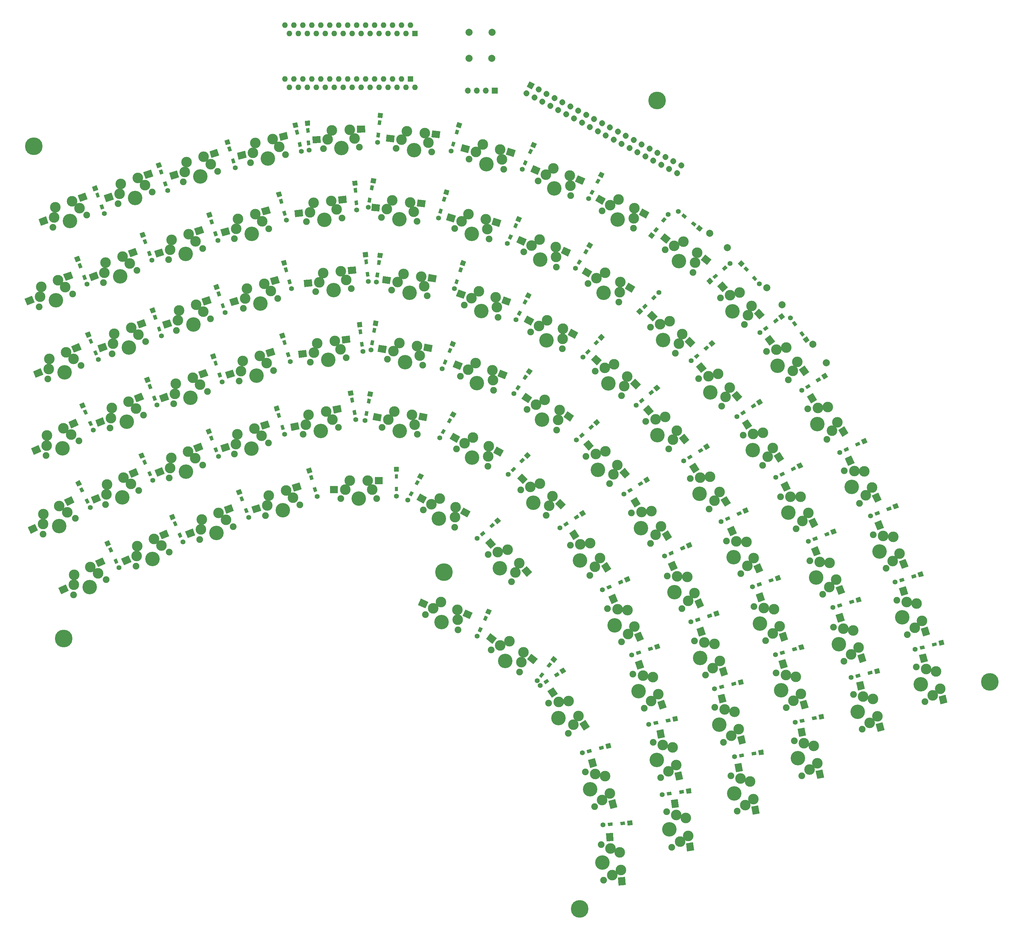
<source format=gbs>
G04 #@! TF.GenerationSoftware,KiCad,Pcbnew,(5.1.5)-3*
G04 #@! TF.CreationDate,2020-02-25T16:26:48+09:00*
G04 #@! TF.ProjectId,fan,66616e2e-6b69-4636-9164-5f7063625858,rev?*
G04 #@! TF.SameCoordinates,Original*
G04 #@! TF.FileFunction,Soldermask,Bot*
G04 #@! TF.FilePolarity,Negative*
%FSLAX46Y46*%
G04 Gerber Fmt 4.6, Leading zero omitted, Abs format (unit mm)*
G04 Created by KiCad (PCBNEW (5.1.5)-3) date 2020-02-25 16:26:48*
%MOMM*%
%LPD*%
G04 APERTURE LIST*
%ADD10C,0.100000*%
%ADD11C,1.900000*%
%ADD12C,4.100000*%
%ADD13C,3.000000*%
%ADD14O,1.600000X1.600000*%
%ADD15R,1.600000X1.600000*%
%ADD16C,1.397000*%
%ADD17R,0.950000X1.300000*%
%ADD18R,1.397000X1.397000*%
%ADD19O,1.700000X1.700000*%
%ADD20R,1.700000X1.700000*%
%ADD21C,5.000000*%
%ADD22C,2.000000*%
%ADD23R,2.300000X2.000000*%
%ADD24C,1.700000*%
G04 APERTURE END LIST*
D10*
G36*
X287212924Y-352352404D02*
G01*
X285217796Y-352491917D01*
X285057356Y-350197520D01*
X287052484Y-350058007D01*
X287212924Y-352352404D01*
G37*
D11*
X280275637Y-340878375D03*
X280984363Y-351013625D03*
D12*
X280630000Y-345946000D03*
D13*
X285874807Y-348125450D03*
X283429586Y-349569538D03*
X285520444Y-343057824D03*
X282898041Y-341968100D03*
D10*
G36*
X283793204Y-339860522D02*
G01*
X281798076Y-340000035D01*
X281637636Y-337705638D01*
X283632764Y-337566125D01*
X283793204Y-339860522D01*
G37*
G36*
X289946629Y-183000146D02*
G01*
X288916553Y-184714481D01*
X286945069Y-183529894D01*
X287975145Y-181815559D01*
X289946629Y-183000146D01*
G37*
D11*
X276568590Y-182101607D03*
X285277410Y-187334393D03*
D12*
X280923000Y-184718000D03*
D13*
X285716598Y-181671787D03*
X285497005Y-184503089D03*
X281362188Y-179055393D03*
X278965389Y-180578500D03*
D10*
G36*
X277752407Y-178636368D02*
G01*
X276722331Y-180350703D01*
X274750847Y-179166116D01*
X275780923Y-177451781D01*
X277752407Y-178636368D01*
G37*
G36*
X130235708Y-242250538D02*
G01*
X131112450Y-244048126D01*
X129045224Y-245056380D01*
X128168482Y-243258792D01*
X130235708Y-242250538D01*
G37*
D11*
X122195926Y-252980925D03*
X131327674Y-248527075D03*
D12*
X126761800Y-250754000D03*
D13*
X126817811Y-245074664D03*
X129072742Y-246800868D03*
X122251938Y-247301589D03*
X122223932Y-250141257D03*
D10*
G36*
X119934486Y-250100788D02*
G01*
X120811228Y-251898376D01*
X118744002Y-252906630D01*
X117867260Y-251109042D01*
X119934486Y-250100788D01*
G37*
G36*
X234703190Y-138929146D02*
G01*
X234494133Y-140918190D01*
X232206732Y-140677774D01*
X232415789Y-138688730D01*
X234703190Y-138929146D01*
G37*
D11*
X222198829Y-143768595D03*
X232303171Y-144830605D03*
D12*
X227251000Y-144299600D03*
D13*
X230308090Y-139512931D03*
X231305631Y-142171767D03*
X225255919Y-138981926D03*
X223727374Y-141375261D03*
D10*
G36*
X221807259Y-140127720D02*
G01*
X221598202Y-142116764D01*
X219310801Y-141876348D01*
X219519858Y-139887304D01*
X221807259Y-140127720D01*
G37*
D14*
X191973000Y-126489100D03*
X191973000Y-111249100D03*
X227533000Y-126489100D03*
X194513000Y-111249100D03*
X224993000Y-126489100D03*
X197053000Y-111249100D03*
X222453000Y-126489100D03*
X199593000Y-111249100D03*
X219913000Y-126489100D03*
X202133000Y-111249100D03*
X217373000Y-126489100D03*
X204673000Y-111249100D03*
X214833000Y-126489100D03*
X207213000Y-111249100D03*
X212293000Y-126489100D03*
X209753000Y-111249100D03*
X209753000Y-126489100D03*
X212293000Y-111249100D03*
X207213000Y-126489100D03*
X214833000Y-111249100D03*
X204673000Y-126489100D03*
X217373000Y-111249100D03*
X202133000Y-126489100D03*
X219913000Y-111249100D03*
X199593000Y-126489100D03*
X222453000Y-111249100D03*
X197053000Y-126489100D03*
X224993000Y-111249100D03*
X194513000Y-126489100D03*
D15*
X227533000Y-111249100D03*
D10*
G36*
X296309826Y-305870280D02*
G01*
X296507342Y-306799521D01*
X295235750Y-307069806D01*
X295038234Y-306140565D01*
X296309826Y-305870280D01*
G37*
D16*
X293782258Y-306893144D03*
D10*
G36*
X301773752Y-304480394D02*
G01*
X302064204Y-305846866D01*
X300697732Y-306137318D01*
X300407280Y-304770846D01*
X301773752Y-304480394D01*
G37*
G36*
X299782250Y-305132194D02*
G01*
X299979766Y-306061435D01*
X298708174Y-306331720D01*
X298510658Y-305402479D01*
X299782250Y-305132194D01*
G37*
G36*
X353513504Y-292489271D02*
G01*
X353743330Y-293411052D01*
X352481946Y-293725551D01*
X352252120Y-292803770D01*
X353513504Y-292489271D01*
G37*
D16*
X351023173Y-293599722D03*
D10*
G36*
X358925596Y-290909544D02*
G01*
X359263561Y-292265047D01*
X357908058Y-292603012D01*
X357570093Y-291247509D01*
X358925596Y-290909544D01*
G37*
G36*
X356958054Y-291630449D02*
G01*
X357187880Y-292552230D01*
X355926496Y-292866729D01*
X355696670Y-291944948D01*
X356958054Y-291630449D01*
G37*
G36*
X337720826Y-305247280D02*
G01*
X337918342Y-306176521D01*
X336646750Y-306446806D01*
X336449234Y-305517565D01*
X337720826Y-305247280D01*
G37*
D16*
X335193258Y-306270144D03*
D10*
G36*
X343184752Y-303857394D02*
G01*
X343475204Y-305223866D01*
X342108732Y-305514318D01*
X341818280Y-304147846D01*
X343184752Y-303857394D01*
G37*
G36*
X341193250Y-304509194D02*
G01*
X341390766Y-305438435D01*
X340119174Y-305708720D01*
X339921658Y-304779479D01*
X341193250Y-304509194D01*
G37*
G36*
X300118841Y-325924192D02*
G01*
X300251055Y-326864947D01*
X298963707Y-327045872D01*
X298831493Y-326105117D01*
X300118841Y-325924192D01*
G37*
D16*
X297526079Y-326768250D03*
D10*
G36*
X305666411Y-324918835D02*
G01*
X305860836Y-326302240D01*
X304477431Y-326496665D01*
X304283006Y-325113260D01*
X305666411Y-324918835D01*
G37*
G36*
X303634293Y-325430128D02*
G01*
X303766507Y-326370883D01*
X302479159Y-326551808D01*
X302346945Y-325611053D01*
X303634293Y-325430128D01*
G37*
G36*
X216493053Y-178925945D02*
G01*
X217433808Y-179058159D01*
X217252883Y-180345507D01*
X216312128Y-180213293D01*
X216493053Y-178925945D01*
G37*
D16*
X216589750Y-181650921D03*
D10*
G36*
X217055760Y-173316164D02*
G01*
X218439165Y-173510589D01*
X218244740Y-174893994D01*
X216861335Y-174699569D01*
X217055760Y-173316164D01*
G37*
G36*
X216987117Y-175410493D02*
G01*
X217927872Y-175542707D01*
X217746947Y-176830055D01*
X216806192Y-176697841D01*
X216987117Y-175410493D01*
G37*
G36*
X234536837Y-160814966D02*
G01*
X235445326Y-161092719D01*
X235065243Y-162335916D01*
X234156754Y-162058163D01*
X234536837Y-160814966D01*
G37*
D16*
X234206064Y-163521521D03*
D10*
G36*
X235970179Y-155362278D02*
G01*
X237306137Y-155770722D01*
X236897693Y-157106680D01*
X235561735Y-156698236D01*
X235970179Y-155362278D01*
G37*
G36*
X235574757Y-157420084D02*
G01*
X236483246Y-157697837D01*
X236103163Y-158941034D01*
X235194674Y-158663281D01*
X235574757Y-157420084D01*
G37*
G36*
X216730008Y-139347186D02*
G01*
X217674803Y-139446488D01*
X217538916Y-140739366D01*
X216594121Y-140640064D01*
X216730008Y-139347186D01*
G37*
D16*
X216921747Y-142067128D03*
D10*
G36*
X217096593Y-133721185D02*
G01*
X218485940Y-133867212D01*
X218339913Y-135256559D01*
X216950566Y-135110532D01*
X217096593Y-133721185D01*
G37*
G36*
X217101084Y-135816634D02*
G01*
X218045879Y-135915936D01*
X217909992Y-137208814D01*
X216965197Y-137109512D01*
X217101084Y-135816634D01*
G37*
G36*
X283460606Y-334639633D02*
G01*
X283526875Y-335587319D01*
X282230042Y-335678003D01*
X282163773Y-334730317D01*
X283460606Y-334639633D01*
G37*
D16*
X280815281Y-335300772D03*
D10*
G36*
X289064793Y-334023705D02*
G01*
X289162242Y-335417302D01*
X287768645Y-335514751D01*
X287671196Y-334121154D01*
X289064793Y-334023705D01*
G37*
G36*
X287001958Y-334391997D02*
G01*
X287068227Y-335339683D01*
X285771394Y-335430367D01*
X285705125Y-334482681D01*
X287001958Y-334391997D01*
G37*
G36*
X263435076Y-292090073D02*
G01*
X264183686Y-292674951D01*
X263383326Y-293699365D01*
X262634716Y-293114487D01*
X263435076Y-292090073D01*
G37*
D16*
X262156330Y-294498321D03*
D10*
G36*
X266727284Y-287513214D02*
G01*
X267828135Y-288373293D01*
X266968056Y-289474144D01*
X265867205Y-288614065D01*
X266727284Y-287513214D01*
G37*
G36*
X265620674Y-289292635D02*
G01*
X266369284Y-289877513D01*
X265568924Y-290901927D01*
X264820314Y-290317049D01*
X265620674Y-289292635D01*
G37*
G36*
X255520629Y-233871620D02*
G01*
X256192380Y-234543371D01*
X255273141Y-235462610D01*
X254601390Y-234790859D01*
X255520629Y-233871620D01*
G37*
D16*
X253957923Y-236106077D03*
D10*
G36*
X259346077Y-229730095D02*
G01*
X260333905Y-230717923D01*
X259346077Y-231705751D01*
X258358249Y-230717923D01*
X259346077Y-229730095D01*
G37*
G36*
X258030859Y-231361390D02*
G01*
X258702610Y-232033141D01*
X257783371Y-232952380D01*
X257111620Y-232280629D01*
X258030859Y-231361390D01*
G37*
G36*
X256685629Y-210727097D02*
G01*
X257463824Y-211271995D01*
X256718175Y-212336893D01*
X255939980Y-211791995D01*
X256685629Y-210727097D01*
G37*
D16*
X255534674Y-213198969D03*
D10*
G36*
X259733791Y-205984210D02*
G01*
X260878147Y-206785496D01*
X260076861Y-207929852D01*
X258932505Y-207128566D01*
X259733791Y-205984210D01*
G37*
G36*
X258721825Y-207819107D02*
G01*
X259500020Y-208364005D01*
X258754371Y-209428903D01*
X257976176Y-208884005D01*
X258721825Y-207819107D01*
G37*
G36*
X276605359Y-200576824D02*
G01*
X277300145Y-201224722D01*
X276413547Y-202175482D01*
X275718761Y-201527584D01*
X276605359Y-200576824D01*
G37*
D16*
X275121586Y-202864458D03*
D10*
G36*
X280283939Y-196304316D02*
G01*
X281305640Y-197257067D01*
X280352889Y-198278768D01*
X279331188Y-197326017D01*
X280283939Y-196304316D01*
G37*
G36*
X279026453Y-197980518D02*
G01*
X279721239Y-198628416D01*
X278834641Y-199579176D01*
X278139855Y-198931278D01*
X279026453Y-197980518D01*
G37*
G36*
X254414059Y-168096852D02*
G01*
X255275051Y-168498340D01*
X254725647Y-169676540D01*
X253864655Y-169275052D01*
X254414059Y-168096852D01*
G37*
D16*
X253709824Y-170731033D03*
D10*
G36*
X256592319Y-162896712D02*
G01*
X257858431Y-163487110D01*
X257268033Y-164753222D01*
X256001921Y-164162824D01*
X256592319Y-162896712D01*
G37*
G36*
X255914353Y-164879460D02*
G01*
X256775345Y-165280948D01*
X256225941Y-166459148D01*
X255364949Y-166057660D01*
X255914353Y-164879460D01*
G37*
G36*
X213439067Y-218091696D02*
G01*
X214371613Y-218272965D01*
X214123561Y-219549080D01*
X213191015Y-219367811D01*
X213439067Y-218091696D01*
G37*
D16*
X213393018Y-220818000D03*
D10*
G36*
X214294595Y-212519053D02*
G01*
X215665929Y-212785613D01*
X215399369Y-214156947D01*
X214028035Y-213890387D01*
X214294595Y-212519053D01*
G37*
G36*
X214116439Y-214606920D02*
G01*
X215048985Y-214788189D01*
X214800933Y-216064304D01*
X213868387Y-215883035D01*
X214116439Y-214606920D01*
G37*
G36*
X194311244Y-142151518D02*
G01*
X195236896Y-141937815D01*
X195529332Y-143204496D01*
X194603680Y-143418199D01*
X194311244Y-142151518D01*
G37*
D16*
X195378064Y-144660850D03*
D10*
G36*
X192826210Y-136712681D02*
G01*
X194187405Y-136398424D01*
X194501662Y-137759619D01*
X193140467Y-138073876D01*
X192826210Y-136712681D01*
G37*
G36*
X193512668Y-138692504D02*
G01*
X194438320Y-138478801D01*
X194730756Y-139745482D01*
X193805104Y-139959185D01*
X193512668Y-138692504D01*
G37*
G36*
X210404633Y-158605394D02*
G01*
X211352319Y-158539125D01*
X211443003Y-159835958D01*
X210495317Y-159902227D01*
X210404633Y-158605394D01*
G37*
D16*
X211065772Y-161250719D03*
D10*
G36*
X209788705Y-153001207D02*
G01*
X211182302Y-152903758D01*
X211279751Y-154297355D01*
X209886154Y-154394804D01*
X209788705Y-153001207D01*
G37*
G36*
X210156997Y-155064042D02*
G01*
X211104683Y-154997773D01*
X211195367Y-156294606D01*
X210247681Y-156360875D01*
X210156997Y-155064042D01*
G37*
G36*
X297986924Y-164883927D02*
G01*
X297238314Y-164299049D01*
X298038674Y-163274635D01*
X298787284Y-163859513D01*
X297986924Y-164883927D01*
G37*
D16*
X299265670Y-162475679D03*
D10*
G36*
X294694716Y-169460786D02*
G01*
X293593865Y-168600707D01*
X294453944Y-167499856D01*
X295554795Y-168359935D01*
X294694716Y-169460786D01*
G37*
G36*
X295801326Y-167681365D02*
G01*
X295052716Y-167096487D01*
X295853076Y-166072073D01*
X296601686Y-166656951D01*
X295801326Y-167681365D01*
G37*
G36*
X245850059Y-279254852D02*
G01*
X246711051Y-279656340D01*
X246161647Y-280834540D01*
X245300655Y-280433052D01*
X245850059Y-279254852D01*
G37*
D16*
X245145824Y-281889033D03*
D10*
G36*
X248028319Y-274054712D02*
G01*
X249294431Y-274645110D01*
X248704033Y-275911222D01*
X247437921Y-275320824D01*
X248028319Y-274054712D01*
G37*
G36*
X247350353Y-276037460D02*
G01*
X248211345Y-276438948D01*
X247661941Y-277617148D01*
X246800949Y-277215660D01*
X247350353Y-276037460D01*
G37*
G36*
X226371444Y-240784317D02*
G01*
X227210245Y-241230315D01*
X226599932Y-242378147D01*
X225761131Y-241932149D01*
X226371444Y-240784317D01*
G37*
D16*
X225530313Y-243378030D03*
D10*
G36*
X228818874Y-235705305D02*
G01*
X230052352Y-236361157D01*
X229396500Y-237594635D01*
X228163022Y-236938783D01*
X228818874Y-235705305D01*
G37*
G36*
X228038068Y-237649853D02*
G01*
X228876869Y-238095851D01*
X228266556Y-239243683D01*
X227427755Y-238797685D01*
X228038068Y-237649853D01*
G37*
G36*
X258614059Y-147096852D02*
G01*
X259475051Y-147498340D01*
X258925647Y-148676540D01*
X258064655Y-148275052D01*
X258614059Y-147096852D01*
G37*
D16*
X257909824Y-149731033D03*
D10*
G36*
X260792319Y-141896712D02*
G01*
X262058431Y-142487110D01*
X261468033Y-143753222D01*
X260201921Y-143162824D01*
X260792319Y-141896712D01*
G37*
G36*
X260114353Y-143879460D02*
G01*
X260975345Y-144280948D01*
X260425941Y-145459148D01*
X259564949Y-145057660D01*
X260114353Y-143879460D01*
G37*
G36*
X238136837Y-141814966D02*
G01*
X239045326Y-142092719D01*
X238665243Y-143335916D01*
X237756754Y-143058163D01*
X238136837Y-141814966D01*
G37*
D16*
X237806064Y-144521521D03*
D10*
G36*
X239570179Y-136362278D02*
G01*
X240906137Y-136770722D01*
X240497693Y-138106680D01*
X239161735Y-137698236D01*
X239570179Y-136362278D01*
G37*
G36*
X239174757Y-138420084D02*
G01*
X240083246Y-138697837D01*
X239703163Y-139941034D01*
X238794674Y-139663281D01*
X239174757Y-138420084D01*
G37*
G36*
X189966492Y-161690348D02*
G01*
X190879691Y-161428492D01*
X191238020Y-162678132D01*
X190324821Y-162939988D01*
X189966492Y-161690348D01*
G37*
D16*
X191163178Y-164140407D03*
D10*
G36*
X188198848Y-156336684D02*
G01*
X189541731Y-155951619D01*
X189926796Y-157294502D01*
X188583913Y-157679567D01*
X188198848Y-156336684D01*
G37*
G36*
X188987980Y-158277868D02*
G01*
X189901179Y-158016012D01*
X190259508Y-159265652D01*
X189346309Y-159527508D01*
X188987980Y-158277868D01*
G37*
D17*
X222258000Y-240230000D03*
D16*
X222258000Y-242265000D03*
D18*
X222258000Y-234645000D03*
D17*
X222258000Y-236680000D03*
D10*
G36*
X295059220Y-186838195D02*
G01*
X294399294Y-186154823D01*
X295334436Y-185251767D01*
X295994362Y-185935139D01*
X295059220Y-186838195D01*
G37*
D16*
X296660685Y-184631352D03*
D10*
G36*
X291162075Y-190912326D02*
G01*
X290191637Y-189907408D01*
X291196555Y-188936970D01*
X292166993Y-189941888D01*
X291162075Y-190912326D01*
G37*
G36*
X292505564Y-189304233D02*
G01*
X291845638Y-188620861D01*
X292780780Y-187717805D01*
X293440706Y-188401177D01*
X292505564Y-189304233D01*
G37*
G36*
X274021018Y-175230342D02*
G01*
X274826663Y-175733765D01*
X274137768Y-176836228D01*
X273332123Y-176332805D01*
X274021018Y-175230342D01*
G37*
D16*
X273001008Y-177759063D03*
D10*
G36*
X276816779Y-170334427D02*
G01*
X278001502Y-171074724D01*
X277261205Y-172259447D01*
X276076482Y-171519150D01*
X276816779Y-170334427D01*
G37*
G36*
X275902232Y-172219772D02*
G01*
X276707877Y-172723195D01*
X276018982Y-173825658D01*
X275213337Y-173322235D01*
X275902232Y-172219772D01*
G37*
G36*
X175427674Y-146882019D02*
G01*
X176336163Y-146604266D01*
X176716246Y-147847463D01*
X175807757Y-148125216D01*
X175427674Y-146882019D01*
G37*
D16*
X176666936Y-149310821D03*
D10*
G36*
X173566863Y-141560022D02*
G01*
X174902821Y-141151578D01*
X175311265Y-142487536D01*
X173975307Y-142895980D01*
X173566863Y-141560022D01*
G37*
G36*
X174389754Y-143487137D02*
G01*
X175298243Y-143209384D01*
X175678326Y-144452581D01*
X174769837Y-144730334D01*
X174389754Y-143487137D01*
G37*
G36*
X191373492Y-181090348D02*
G01*
X192286691Y-180828492D01*
X192645020Y-182078132D01*
X191731821Y-182339988D01*
X191373492Y-181090348D01*
G37*
D16*
X192570178Y-183540407D03*
D10*
G36*
X189605848Y-175736684D02*
G01*
X190948731Y-175351619D01*
X191333796Y-176694502D01*
X189990913Y-177079567D01*
X189605848Y-175736684D01*
G37*
G36*
X190394980Y-177677868D02*
G01*
X191308179Y-177416012D01*
X191666508Y-178665652D01*
X190753309Y-178927508D01*
X190394980Y-177677868D01*
G37*
G36*
X256986033Y-189664737D02*
G01*
X257832489Y-190096028D01*
X257242301Y-191254337D01*
X256395845Y-190823046D01*
X256986033Y-189664737D01*
G37*
D16*
X256190296Y-192272735D03*
D10*
G36*
X259344448Y-184543785D02*
G01*
X260589184Y-185178009D01*
X259954960Y-186422745D01*
X258710224Y-185788521D01*
X259344448Y-184543785D01*
G37*
G36*
X258597699Y-186501663D02*
G01*
X259444155Y-186932954D01*
X258853967Y-188091263D01*
X258007511Y-187659972D01*
X258597699Y-186501663D01*
G37*
G36*
X239104615Y-180787063D02*
G01*
X240002858Y-181096353D01*
X239579619Y-182325527D01*
X238681376Y-182016237D01*
X239104615Y-180787063D01*
G37*
D16*
X238679585Y-183480426D03*
D10*
G36*
X240727380Y-175387720D02*
G01*
X242048269Y-175842539D01*
X241593450Y-177163428D01*
X240272561Y-176708609D01*
X240727380Y-175387720D01*
G37*
G36*
X240260381Y-177430473D02*
G01*
X241158624Y-177739763D01*
X240735385Y-178968937D01*
X239837142Y-178659647D01*
X240260381Y-177430473D01*
G37*
G36*
X213565197Y-178846488D02*
G01*
X214509992Y-178747186D01*
X214645879Y-180040064D01*
X213701084Y-180139366D01*
X213565197Y-178846488D01*
G37*
D16*
X214318253Y-181467128D03*
D10*
G36*
X212754060Y-173267212D02*
G01*
X214143407Y-173121185D01*
X214289434Y-174510532D01*
X212900087Y-174656559D01*
X212754060Y-173267212D01*
G37*
G36*
X213194121Y-175315936D02*
G01*
X214138916Y-175216634D01*
X214274803Y-176509512D01*
X213330008Y-176608814D01*
X213194121Y-175315936D01*
G37*
G36*
X211985644Y-198652502D02*
G01*
X212928562Y-198536726D01*
X213086992Y-199827036D01*
X212144074Y-199942812D01*
X211985644Y-198652502D01*
G37*
D16*
X212784322Y-201259601D03*
D10*
G36*
X211077259Y-193088231D02*
G01*
X212463846Y-192917980D01*
X212634097Y-194304567D01*
X211247510Y-194474818D01*
X211077259Y-193088231D01*
G37*
G36*
X211553008Y-195128964D02*
G01*
X212495926Y-195013188D01*
X212654356Y-196303498D01*
X211711438Y-196419274D01*
X211553008Y-195128964D01*
G37*
G36*
X209807387Y-218014965D02*
G01*
X210739933Y-217833696D01*
X210987985Y-219109811D01*
X210055439Y-219291080D01*
X209807387Y-218014965D01*
G37*
D16*
X210785982Y-220560000D03*
D10*
G36*
X208513071Y-212527613D02*
G01*
X209884405Y-212261053D01*
X210150965Y-213632387D01*
X208779631Y-213898947D01*
X208513071Y-212527613D01*
G37*
G36*
X209130015Y-214530189D02*
G01*
X210062561Y-214348920D01*
X210310613Y-215625035D01*
X209378067Y-215806304D01*
X209130015Y-214530189D01*
G37*
G36*
X196904529Y-141626317D02*
G01*
X197853227Y-141576598D01*
X197921263Y-142874817D01*
X196972565Y-142924536D01*
X196904529Y-141626317D01*
G37*
D16*
X197519400Y-144282779D03*
D10*
G36*
X196386501Y-136012235D02*
G01*
X197781586Y-135939122D01*
X197854699Y-137334207D01*
X196459614Y-137407320D01*
X196386501Y-136012235D01*
G37*
G36*
X196718737Y-138081183D02*
G01*
X197667435Y-138031464D01*
X197735471Y-139329683D01*
X196786773Y-139379402D01*
X196718737Y-138081183D01*
G37*
G36*
X332107652Y-285931492D02*
G01*
X332369508Y-286844691D01*
X331119868Y-287203020D01*
X330858012Y-286289821D01*
X332107652Y-285931492D01*
G37*
D16*
X329657593Y-287128178D03*
D10*
G36*
X337461316Y-284163848D02*
G01*
X337846381Y-285506731D01*
X336503498Y-285891796D01*
X336118433Y-284548913D01*
X337461316Y-284163848D01*
G37*
G36*
X335520132Y-284952980D02*
G01*
X335781988Y-285866179D01*
X334532348Y-286224508D01*
X334270492Y-285311309D01*
X335520132Y-284952980D01*
G37*
G36*
X314901504Y-295642271D02*
G01*
X315131330Y-296564052D01*
X313869946Y-296878551D01*
X313640120Y-295956770D01*
X314901504Y-295642271D01*
G37*
D16*
X312411173Y-296752722D03*
D10*
G36*
X320313596Y-294062544D02*
G01*
X320651561Y-295418047D01*
X319296058Y-295756012D01*
X318958093Y-294400509D01*
X320313596Y-294062544D01*
G37*
G36*
X318346054Y-294783449D02*
G01*
X318575880Y-295705230D01*
X317314496Y-296019729D01*
X317084670Y-295097948D01*
X318346054Y-294783449D01*
G37*
G36*
X277403395Y-313781357D02*
G01*
X277649273Y-314698986D01*
X276393569Y-315035451D01*
X276147691Y-314117822D01*
X277403395Y-313781357D01*
G37*
D16*
X274932823Y-314935101D03*
D10*
G36*
X282787091Y-312107415D02*
G01*
X283148661Y-313456813D01*
X281799263Y-313818383D01*
X281437693Y-312468985D01*
X282787091Y-312107415D01*
G37*
G36*
X280832431Y-312862549D02*
G01*
X281078309Y-313780178D01*
X279822605Y-314116643D01*
X279576727Y-313199014D01*
X280832431Y-312862549D01*
G37*
G36*
X315080677Y-178498420D02*
G01*
X314457421Y-177781446D01*
X315438543Y-176928570D01*
X316061799Y-177645544D01*
X315080677Y-178498420D01*
G37*
D16*
X316795444Y-176378415D03*
D10*
G36*
X310975649Y-182363007D02*
G01*
X310059134Y-181308678D01*
X311113463Y-180392163D01*
X312029978Y-181446492D01*
X310975649Y-182363007D01*
G37*
G36*
X312401457Y-180827430D02*
G01*
X311778201Y-180110456D01*
X312759323Y-179257580D01*
X313382579Y-179974554D01*
X312401457Y-180827430D01*
G37*
G36*
X235464138Y-223173778D02*
G01*
X236286862Y-223648778D01*
X235636862Y-224774612D01*
X234814138Y-224299612D01*
X235464138Y-223173778D01*
G37*
D16*
X234533000Y-225736557D03*
D10*
G36*
X238087331Y-218183274D02*
G01*
X239297169Y-218881774D01*
X238598669Y-220091612D01*
X237388831Y-219393112D01*
X238087331Y-218183274D01*
G37*
G36*
X237239138Y-220099388D02*
G01*
X238061862Y-220574388D01*
X237411862Y-221700222D01*
X236589138Y-221225222D01*
X237239138Y-220099388D01*
G37*
G36*
X215056862Y-198103426D02*
G01*
X215992429Y-198268392D01*
X215766686Y-199548642D01*
X214831119Y-199383676D01*
X215056862Y-198103426D01*
G37*
D16*
X215058400Y-200830118D03*
D10*
G36*
X215815005Y-192516701D02*
G01*
X217190781Y-192759287D01*
X216948195Y-194135063D01*
X215572419Y-193892477D01*
X215815005Y-192516701D01*
G37*
G36*
X215673314Y-194607358D02*
G01*
X216608881Y-194772324D01*
X216383138Y-196052574D01*
X215447571Y-195887608D01*
X215673314Y-194607358D01*
G37*
G36*
X277572444Y-155448317D02*
G01*
X278411245Y-155894315D01*
X277800932Y-157042147D01*
X276962131Y-156596149D01*
X277572444Y-155448317D01*
G37*
D16*
X276731313Y-158042030D03*
D10*
G36*
X280019874Y-150369305D02*
G01*
X281253352Y-151025157D01*
X280597500Y-152258635D01*
X279364022Y-151602783D01*
X280019874Y-150369305D01*
G37*
G36*
X279239068Y-152313853D02*
G01*
X280077869Y-152759851D01*
X279467556Y-153907683D01*
X278628755Y-153461685D01*
X279239068Y-152313853D01*
G37*
G36*
X214357753Y-157721308D02*
G01*
X215290299Y-157902577D01*
X215042247Y-159178692D01*
X214109701Y-158997423D01*
X214357753Y-157721308D01*
G37*
D16*
X214311704Y-160447612D03*
D10*
G36*
X215213281Y-152148665D02*
G01*
X216584615Y-152415225D01*
X216318055Y-153786559D01*
X214946721Y-153519999D01*
X215213281Y-152148665D01*
G37*
G36*
X215035125Y-154236532D02*
G01*
X215967671Y-154417801D01*
X215719619Y-155693916D01*
X214787073Y-155512647D01*
X215035125Y-154236532D01*
G37*
G36*
X233712044Y-179754923D02*
G01*
X233399175Y-181730300D01*
X231127492Y-181370501D01*
X231440361Y-179395124D01*
X233712044Y-179754923D01*
G37*
D11*
X220971543Y-183933313D03*
X231006457Y-185522687D03*
D12*
X225989000Y-184728000D03*
D13*
X229292415Y-180107887D03*
X230149436Y-182815286D03*
X224274959Y-179313200D03*
X222623251Y-181623256D03*
D10*
G36*
X220771059Y-180276934D02*
G01*
X220458190Y-182252311D01*
X218186507Y-181892512D01*
X218499376Y-179917135D01*
X220771059Y-180276934D01*
G37*
G36*
X230562190Y-158509946D02*
G01*
X230353133Y-160498990D01*
X228065732Y-160258574D01*
X228274789Y-158269530D01*
X230562190Y-158509946D01*
G37*
D11*
X218057829Y-163349395D03*
X228162171Y-164411405D03*
D12*
X223110000Y-163880400D03*
D13*
X226167090Y-159093731D03*
X227164631Y-161752567D03*
X221114919Y-158562726D03*
X219586374Y-160956061D03*
D10*
G36*
X217666259Y-159708520D02*
G01*
X217457202Y-161697564D01*
X215169801Y-161457148D01*
X215378858Y-159468104D01*
X217666259Y-159708520D01*
G37*
G36*
X251995002Y-164137861D02*
G01*
X251410259Y-166050470D01*
X249210758Y-165378015D01*
X249795501Y-163465406D01*
X251995002Y-164137861D01*
G37*
D11*
X238796972Y-166502452D03*
X248513028Y-169472948D03*
D12*
X243655000Y-167987700D03*
D13*
X247569262Y-163872296D03*
X248041146Y-166672621D03*
X242711234Y-162387048D03*
X240754103Y-164444750D03*
D10*
G36*
X239107308Y-162853755D02*
G01*
X238522565Y-164766364D01*
X236323064Y-164093909D01*
X236907807Y-162181300D01*
X239107308Y-162853755D01*
G37*
D19*
X242526000Y-127444000D03*
X245066000Y-127444000D03*
X247606000Y-127444000D03*
D20*
X250146000Y-127444000D03*
D21*
X128020000Y-282600000D03*
D10*
G36*
X235877187Y-203521971D02*
G01*
X236751667Y-203893165D01*
X236243717Y-205089821D01*
X235369237Y-204718627D01*
X235877187Y-203521971D01*
G37*
D16*
X235265314Y-206179123D03*
D10*
G36*
X237872639Y-198248979D02*
G01*
X239158584Y-198794830D01*
X238612733Y-200080775D01*
X237326788Y-199534924D01*
X237872639Y-198248979D01*
G37*
G36*
X237264283Y-200254179D02*
G01*
X238138763Y-200625373D01*
X237630813Y-201822029D01*
X236756333Y-201450835D01*
X237264283Y-200254179D01*
G37*
D21*
X274200000Y-359070000D03*
X119590000Y-143192000D03*
X296120000Y-130238000D03*
X235760000Y-263750000D03*
X390354000Y-294830000D03*
D10*
G36*
X320605544Y-315094837D02*
G01*
X320754157Y-316033141D01*
X319470162Y-316236505D01*
X319321549Y-315298201D01*
X320605544Y-315094837D01*
G37*
D16*
X318027907Y-315984015D03*
D10*
G36*
X326134724Y-313992815D02*
G01*
X326353263Y-315372616D01*
X324973462Y-315591155D01*
X324754923Y-314211354D01*
X326134724Y-313992815D01*
G37*
G36*
X324111838Y-314539495D02*
G01*
X324260451Y-315477799D01*
X322976456Y-315681163D01*
X322827843Y-314742859D01*
X324111838Y-314539495D01*
G37*
G36*
X325137513Y-332101207D02*
G01*
X323167898Y-332448503D01*
X322768507Y-330183445D01*
X324738122Y-329836149D01*
X325137513Y-332101207D01*
G37*
D11*
X317038867Y-321415177D03*
X318803133Y-331420823D03*
D12*
X317921000Y-326418000D03*
D13*
X323364890Y-328037279D03*
X321084012Y-329729051D03*
X322482757Y-323034456D03*
X319760812Y-322224816D03*
D10*
G36*
X320430770Y-320035214D02*
G01*
X318461155Y-320382510D01*
X318061764Y-318117452D01*
X320031379Y-317770156D01*
X320430770Y-320035214D01*
G37*
G36*
X350313001Y-224411024D02*
G01*
X348616905Y-225470863D01*
X347398091Y-223520352D01*
X349094187Y-222460513D01*
X350313001Y-224411024D01*
G37*
D11*
X338801010Y-217536916D03*
X344184990Y-226153084D03*
D12*
X341493000Y-221845000D03*
D13*
X347147079Y-221307052D03*
X345666035Y-223730068D03*
X344455089Y-216998968D03*
X341628050Y-217267942D03*
D10*
G36*
X341428984Y-214986808D02*
G01*
X339732888Y-216046647D01*
X338514074Y-214096136D01*
X340210170Y-213036297D01*
X341428984Y-214986808D01*
G37*
G36*
X213371242Y-137319567D02*
G01*
X213441041Y-139318348D01*
X211142442Y-139398617D01*
X211072643Y-137399836D01*
X213371242Y-137319567D01*
G37*
D11*
X201662095Y-143852189D03*
X211815905Y-143497611D03*
D12*
X206739000Y-143674900D03*
D13*
X209100163Y-138509350D03*
X210458034Y-141003479D03*
X204023258Y-138686639D03*
X202842676Y-141269414D03*
D10*
G36*
X200767624Y-140301243D02*
G01*
X200837423Y-142300024D01*
X198538824Y-142380293D01*
X198469025Y-140381512D01*
X200767624Y-140301243D01*
G37*
G36*
X316220232Y-292689553D02*
G01*
X314318119Y-293307587D01*
X313607380Y-291120157D01*
X315509493Y-290502123D01*
X316220232Y-292689553D01*
G37*
D11*
X306713194Y-283234633D03*
X309852806Y-292897367D03*
D12*
X308283000Y-288066000D03*
D13*
X313899270Y-288911877D03*
X311876039Y-290904622D03*
X312329464Y-284080510D03*
X309521329Y-283657572D03*
D10*
G36*
X309880033Y-281396039D02*
G01*
X307977920Y-282014073D01*
X307267181Y-279826643D01*
X309169294Y-279208609D01*
X309880033Y-281396039D01*
G37*
G36*
X273746357Y-195962241D02*
G01*
X272807414Y-197728136D01*
X270776635Y-196648351D01*
X271715578Y-194882456D01*
X273746357Y-195962241D01*
G37*
D11*
X260339626Y-195765084D03*
X269310374Y-200534916D03*
D12*
X264825000Y-198150000D03*
D13*
X269452602Y-194857084D03*
X269381489Y-197695999D03*
X264967229Y-192472168D03*
X262653427Y-194118626D03*
D10*
G36*
X261340464Y-192242639D02*
G01*
X260401521Y-194008534D01*
X258370742Y-192928749D01*
X259309685Y-191162854D01*
X261340464Y-192242639D01*
G37*
G36*
X191214735Y-139175140D02*
G01*
X191664637Y-141123880D01*
X189423585Y-141641268D01*
X188973683Y-139692528D01*
X191214735Y-139175140D01*
G37*
D11*
X180967200Y-147821951D03*
X190866800Y-145536449D03*
D12*
X185917000Y-146679200D03*
D13*
X187249149Y-141158024D03*
X189057974Y-143347236D03*
X182299349Y-142300776D03*
X181633274Y-145061364D03*
D10*
G36*
X179411611Y-144506919D02*
G01*
X179861513Y-146455659D01*
X177620461Y-146973047D01*
X177170559Y-145024307D01*
X179411611Y-144506919D01*
G37*
G36*
X152776425Y-149825484D02*
G01*
X153427562Y-151716521D01*
X151252869Y-152465328D01*
X150601732Y-150574291D01*
X152776425Y-149825484D01*
G37*
D11*
X143488866Y-159496086D03*
X153095334Y-156188314D03*
D12*
X148292100Y-157842200D03*
D13*
X149039831Y-152212023D03*
X151067582Y-154200167D03*
X144236597Y-153865909D03*
X143862731Y-156680997D03*
D10*
G36*
X141595282Y-156361817D02*
G01*
X142246419Y-158252854D01*
X140071726Y-159001661D01*
X139420589Y-157110624D01*
X141595282Y-156361817D01*
G37*
G36*
X360523375Y-308486964D02*
G01*
X358582783Y-308970808D01*
X358026363Y-306739128D01*
X359966955Y-306255284D01*
X360523375Y-308486964D01*
G37*
D11*
X351699037Y-298391898D03*
X354156963Y-308250102D03*
D12*
X352928000Y-303321000D03*
D13*
X358471584Y-304556588D03*
X356314275Y-306403345D03*
X357242621Y-299627486D03*
X354470829Y-299009692D03*
D10*
G36*
X354986416Y-296778689D02*
G01*
X353045824Y-297262533D01*
X352489404Y-295030853D01*
X354429996Y-294547009D01*
X354986416Y-296778689D01*
G37*
G36*
X306585776Y-342532597D02*
G01*
X304605240Y-342810943D01*
X304285142Y-340533327D01*
X306265678Y-340254981D01*
X306585776Y-342532597D01*
G37*
D11*
X298865001Y-331570438D03*
X300278999Y-341631562D03*
D12*
X299572000Y-336601000D03*
D13*
X304956061Y-338409282D03*
X302617531Y-340020422D03*
X304249062Y-333378720D03*
X301557031Y-332474579D03*
D10*
G36*
X302302997Y-330309692D02*
G01*
X300322461Y-330588038D01*
X300002363Y-328310422D01*
X301982899Y-328032076D01*
X302302997Y-330309692D01*
G37*
G36*
X130058915Y-178647667D02*
G01*
X130775650Y-180514828D01*
X128628415Y-181339075D01*
X127911680Y-179471914D01*
X130058915Y-178647667D01*
G37*
D11*
X121114511Y-188636509D03*
X130599689Y-184995491D03*
D12*
X125857100Y-186816000D03*
D13*
X126407885Y-181163157D03*
X128503786Y-183079323D03*
X121665297Y-182983666D03*
X121389904Y-185810088D03*
D10*
G36*
X119112698Y-185570234D02*
G01*
X119829433Y-187437395D01*
X117682198Y-188261642D01*
X116965463Y-186394481D01*
X119112698Y-185570234D01*
G37*
D22*
X249371000Y-110930900D03*
X242871000Y-110930900D03*
D10*
G36*
X132338917Y-198946580D02*
G01*
X133088130Y-200800947D01*
X130955607Y-201662542D01*
X130206394Y-199808175D01*
X132338917Y-198946580D01*
G37*
D11*
X123570206Y-209090001D03*
X132990394Y-205283999D03*
D12*
X128280300Y-207187000D03*
D13*
X128732345Y-201525405D03*
X130861369Y-203404701D03*
X124022252Y-203428407D03*
X123796229Y-206259204D03*
D10*
G36*
X121515183Y-206059131D02*
G01*
X122264396Y-207913498D01*
X120131873Y-208775093D01*
X119382660Y-206920726D01*
X121515183Y-206059131D01*
G37*
G36*
X270271175Y-244609188D02*
G01*
X268856961Y-246023402D01*
X267230615Y-244397056D01*
X268644829Y-242982842D01*
X270271175Y-244609188D01*
G37*
D11*
X257507898Y-240500898D03*
X264692102Y-247685102D03*
D12*
X261100000Y-244093000D03*
D13*
X266488154Y-242296949D03*
X265590129Y-244991025D03*
X262896051Y-238704846D03*
X260201974Y-239602872D03*
D10*
G36*
X259494868Y-237424983D02*
G01*
X258080654Y-238839197D01*
X256454308Y-237212851D01*
X257868522Y-235798637D01*
X259494868Y-237424983D01*
G37*
G36*
X322919778Y-180431875D02*
G01*
X323625766Y-179796201D01*
X324495636Y-180762289D01*
X323789648Y-181397963D01*
X322919778Y-180431875D01*
G37*
D16*
X325069388Y-182109382D03*
D10*
G36*
X318984138Y-176394919D02*
G01*
X320022311Y-175460144D01*
X320957086Y-176498317D01*
X319918913Y-177433092D01*
X318984138Y-176394919D01*
G37*
G36*
X320544364Y-177793711D02*
G01*
X321250352Y-177158037D01*
X322120222Y-178124125D01*
X321414234Y-178759799D01*
X320544364Y-177793711D01*
G37*
G36*
X335843024Y-193688658D02*
G01*
X335074458Y-194247054D01*
X334310338Y-193195332D01*
X335078904Y-192636936D01*
X335843024Y-193688658D01*
G37*
D16*
X333880538Y-191795645D03*
D10*
G36*
X339335128Y-198114885D02*
G01*
X338204932Y-198936021D01*
X337383796Y-197805825D01*
X338513992Y-196984689D01*
X339335128Y-198114885D01*
G37*
G36*
X337929662Y-196560668D02*
G01*
X337161096Y-197119064D01*
X336396976Y-196067342D01*
X337165542Y-195508946D01*
X337929662Y-196560668D01*
G37*
G36*
X308103279Y-276573892D02*
G01*
X308396845Y-277477396D01*
X307160471Y-277879118D01*
X306866905Y-276975614D01*
X308103279Y-276573892D01*
G37*
D16*
X305696475Y-277855355D03*
D10*
G36*
X313391990Y-274620484D02*
G01*
X313823686Y-275949110D01*
X312495060Y-276380806D01*
X312063364Y-275052180D01*
X313391990Y-274620484D01*
G37*
G36*
X311479529Y-275476882D02*
G01*
X311773095Y-276380386D01*
X310536721Y-276782108D01*
X310243155Y-275878604D01*
X311479529Y-275476882D01*
G37*
G36*
X371713504Y-284489271D02*
G01*
X371943330Y-285411052D01*
X370681946Y-285725551D01*
X370452120Y-284803770D01*
X371713504Y-284489271D01*
G37*
D16*
X369223173Y-285599722D03*
D10*
G36*
X377125596Y-282909544D02*
G01*
X377463561Y-284265047D01*
X376108058Y-284603012D01*
X375770093Y-283247509D01*
X377125596Y-282909544D01*
G37*
G36*
X375158054Y-283630449D02*
G01*
X375387880Y-284552230D01*
X374126496Y-284866729D01*
X373896670Y-283944948D01*
X375158054Y-283630449D01*
G37*
G36*
X300358001Y-253876024D02*
G01*
X298661905Y-254935863D01*
X297443091Y-252985352D01*
X299139187Y-251925513D01*
X300358001Y-253876024D01*
G37*
D11*
X288846010Y-247001916D03*
X294229990Y-255618084D03*
D12*
X291538000Y-251310000D03*
D13*
X297192079Y-250772052D03*
X295711035Y-253195068D03*
X294500089Y-246463968D03*
X291673050Y-246732942D03*
D10*
G36*
X291473984Y-244451808D02*
G01*
X289777888Y-245511647D01*
X288559074Y-243561136D01*
X290255170Y-242501297D01*
X291473984Y-244451808D01*
G37*
G36*
X311491890Y-175289711D02*
G01*
X310233249Y-176844003D01*
X308445814Y-175396567D01*
X309704455Y-173842275D01*
X311491890Y-175289711D01*
G37*
D11*
X298369099Y-172538052D03*
X306264901Y-178931948D03*
D12*
X302317000Y-175735000D03*
D13*
X307487898Y-173385572D03*
X306876401Y-176158759D03*
X303539997Y-170188625D03*
X300954548Y-171363339D03*
D10*
G36*
X300023663Y-169271293D02*
G01*
X298765022Y-170825585D01*
X296977587Y-169378149D01*
X298236228Y-167823857D01*
X300023663Y-169271293D01*
G37*
G36*
X331900631Y-235344241D02*
G01*
X332317083Y-236198095D01*
X331148651Y-236767977D01*
X330732199Y-235914123D01*
X331900631Y-235344241D01*
G37*
D16*
X329695595Y-236948194D03*
D10*
G36*
X336866010Y-232673796D02*
G01*
X337478415Y-233929411D01*
X336222800Y-234541816D01*
X335610395Y-233286201D01*
X336866010Y-232673796D01*
G37*
G36*
X335091349Y-233788023D02*
G01*
X335507801Y-234641877D01*
X334339369Y-235211759D01*
X333922917Y-234357905D01*
X335091349Y-233788023D01*
G37*
G36*
X304544638Y-163000870D02*
G01*
X303946784Y-163739159D01*
X302936494Y-162921042D01*
X303534348Y-162182753D01*
X304544638Y-163000870D01*
G37*
D16*
X302159074Y-161680289D03*
D10*
G36*
X309063343Y-166372455D02*
G01*
X308184182Y-167458128D01*
X307098509Y-166578967D01*
X307977670Y-165493294D01*
X309063343Y-166372455D01*
G37*
G36*
X307303506Y-165234958D02*
G01*
X306705652Y-165973247D01*
X305695362Y-165155130D01*
X306293216Y-164416841D01*
X307303506Y-165234958D01*
G37*
D22*
X249321000Y-118345900D03*
X242821000Y-118345900D03*
D10*
G36*
X305714235Y-230471337D02*
G01*
X306217658Y-231276982D01*
X305115195Y-231965877D01*
X304611772Y-231160232D01*
X305714235Y-230471337D01*
G37*
D16*
X303688937Y-232296992D03*
D10*
G36*
X310373276Y-227296498D02*
G01*
X311113573Y-228481221D01*
X309928850Y-229221518D01*
X309188553Y-228036795D01*
X310373276Y-227296498D01*
G37*
G36*
X308724805Y-228590123D02*
G01*
X309228228Y-229395768D01*
X308125765Y-230084663D01*
X307622342Y-229279018D01*
X308724805Y-228590123D01*
G37*
G36*
X288714235Y-239871337D02*
G01*
X289217658Y-240676982D01*
X288115195Y-241365877D01*
X287611772Y-240560232D01*
X288714235Y-239871337D01*
G37*
D16*
X286688937Y-241696992D03*
D10*
G36*
X293373276Y-236696498D02*
G01*
X294113573Y-237881221D01*
X292928850Y-238621518D01*
X292188553Y-237436795D01*
X293373276Y-236696498D01*
G37*
G36*
X291724805Y-237990123D02*
G01*
X292228228Y-238795768D01*
X291125765Y-239484663D01*
X290622342Y-238679018D01*
X291724805Y-237990123D01*
G37*
G36*
X358899498Y-246437713D02*
G01*
X359239947Y-247324615D01*
X358026292Y-247790493D01*
X357685843Y-246903591D01*
X358899498Y-246437713D01*
G37*
D16*
X356563059Y-247843382D03*
D10*
G36*
X364078727Y-244210192D02*
G01*
X364579367Y-245514404D01*
X363275155Y-246015044D01*
X362774515Y-244710832D01*
X364078727Y-244210192D01*
G37*
G36*
X362213708Y-245165507D02*
G01*
X362554157Y-246052409D01*
X361340502Y-246518287D01*
X361000053Y-245631385D01*
X362213708Y-245165507D01*
G37*
G36*
X348305281Y-272552674D02*
G01*
X348583034Y-273461163D01*
X347339837Y-273841246D01*
X347062084Y-272932757D01*
X348305281Y-272552674D01*
G37*
D16*
X345876479Y-273791936D03*
D10*
G36*
X353627278Y-270691863D02*
G01*
X354035722Y-272027821D01*
X352699764Y-272436265D01*
X352291320Y-271100307D01*
X353627278Y-270691863D01*
G37*
G36*
X351700163Y-271514754D02*
G01*
X351977916Y-272423243D01*
X350734719Y-272803326D01*
X350456966Y-271894837D01*
X351700163Y-271514754D01*
G37*
G36*
X270622792Y-249395350D02*
G01*
X271140199Y-250192087D01*
X270049928Y-250900118D01*
X269532521Y-250103381D01*
X270622792Y-249395350D01*
G37*
D16*
X268629665Y-251256075D03*
D10*
G36*
X275225716Y-246139683D02*
G01*
X275986577Y-247311306D01*
X274814954Y-248072167D01*
X274054093Y-246900544D01*
X275225716Y-246139683D01*
G37*
G36*
X273600072Y-247461882D02*
G01*
X274117479Y-248258619D01*
X273027208Y-248966650D01*
X272509801Y-248169913D01*
X273600072Y-247461882D01*
G37*
G36*
X316499062Y-247901645D02*
G01*
X316885461Y-248769513D01*
X315697852Y-249298271D01*
X315311453Y-248430403D01*
X316499062Y-247901645D01*
G37*
D16*
X314239392Y-249427667D03*
D10*
G36*
X321554614Y-245406116D02*
G01*
X322122825Y-246682339D01*
X320846602Y-247250550D01*
X320278391Y-245974327D01*
X321554614Y-245406116D01*
G37*
G36*
X319742148Y-246457729D02*
G01*
X320128547Y-247325597D01*
X318940938Y-247854355D01*
X318554539Y-246986487D01*
X319742148Y-246457729D01*
G37*
G36*
X271767632Y-172608331D02*
G01*
X270922396Y-174420947D01*
X268837888Y-173448925D01*
X269683124Y-171636309D01*
X271767632Y-172608331D01*
G37*
D11*
X258368956Y-173113099D03*
X267577044Y-177406901D03*
D12*
X262973000Y-175260000D03*
D13*
X267421923Y-171729407D03*
X267499483Y-174568153D03*
X262817879Y-169582506D03*
X260593418Y-171347803D03*
D10*
G36*
X259184073Y-169543101D02*
G01*
X258338837Y-171355717D01*
X256254329Y-170383695D01*
X257099565Y-168571079D01*
X259184073Y-169543101D01*
G37*
G36*
X272607479Y-219518788D02*
G01*
X271460326Y-221157092D01*
X269576277Y-219837866D01*
X270723430Y-218199562D01*
X272607479Y-219518788D01*
G37*
D11*
X259324708Y-217689232D03*
X267647292Y-223516768D03*
D12*
X263486000Y-220603000D03*
D13*
X268480414Y-217898592D03*
X268063854Y-220707679D03*
X264319122Y-214984823D03*
X261821915Y-216337028D03*
D10*
G36*
X260747364Y-214315014D02*
G01*
X259600211Y-215953318D01*
X257716162Y-214634092D01*
X258863315Y-212995788D01*
X260747364Y-214315014D01*
G37*
G36*
X307552876Y-201837265D02*
G01*
X308163524Y-202565007D01*
X307167666Y-203400631D01*
X306557018Y-202672889D01*
X307552876Y-201837265D01*
G37*
D16*
X305801371Y-203927021D03*
D10*
G36*
X311724724Y-198044910D02*
G01*
X312622698Y-199115074D01*
X311552534Y-200013048D01*
X310654560Y-198942884D01*
X311724724Y-198044910D01*
G37*
G36*
X310272334Y-199555369D02*
G01*
X310882982Y-200283111D01*
X309887124Y-201118735D01*
X309276476Y-200390993D01*
X310272334Y-199555369D01*
G37*
D22*
X310994276Y-167832709D03*
X316045724Y-171923291D03*
D10*
G36*
X320717792Y-217892350D02*
G01*
X321235199Y-218689087D01*
X320144928Y-219397118D01*
X319627521Y-218600381D01*
X320717792Y-217892350D01*
G37*
D16*
X318724665Y-219753075D03*
D10*
G36*
X325320716Y-214636683D02*
G01*
X326081577Y-215808306D01*
X324909954Y-216569167D01*
X324149093Y-215397544D01*
X325320716Y-214636683D01*
G37*
G36*
X323695072Y-215958882D02*
G01*
X324212479Y-216755619D01*
X323122208Y-217463650D01*
X322604801Y-216666913D01*
X323695072Y-215958882D01*
G37*
G36*
X274959323Y-224257580D02*
G01*
X275582579Y-224974554D01*
X274601457Y-225827430D01*
X273978201Y-225110456D01*
X274959323Y-224257580D01*
G37*
D16*
X273244556Y-226377585D03*
D10*
G36*
X279064351Y-220392993D02*
G01*
X279980866Y-221447322D01*
X278926537Y-222363837D01*
X278010022Y-221309508D01*
X279064351Y-220392993D01*
G37*
G36*
X277638543Y-221928570D02*
G01*
X278261799Y-222645544D01*
X277280677Y-223498420D01*
X276657421Y-222781446D01*
X277638543Y-221928570D01*
G37*
G36*
X291952876Y-214437265D02*
G01*
X292563524Y-215165007D01*
X291567666Y-216000631D01*
X290957018Y-215272889D01*
X291952876Y-214437265D01*
G37*
D16*
X290201371Y-216527021D03*
D10*
G36*
X296124724Y-210644910D02*
G01*
X297022698Y-211715074D01*
X295952534Y-212613048D01*
X295054560Y-211542884D01*
X296124724Y-210644910D01*
G37*
G36*
X294672334Y-212155369D02*
G01*
X295282982Y-212883111D01*
X294287124Y-213718735D01*
X293676476Y-212990993D01*
X294672334Y-212155369D01*
G37*
G36*
X282944835Y-267297333D02*
G01*
X283316029Y-268171813D01*
X282119373Y-268679763D01*
X281748179Y-267805283D01*
X282944835Y-267297333D01*
G37*
D16*
X280658877Y-268783686D03*
D10*
G36*
X288043170Y-264890416D02*
G01*
X288589021Y-266176361D01*
X287303076Y-266722212D01*
X286757225Y-265436267D01*
X288043170Y-264890416D01*
G37*
G36*
X286212627Y-265910237D02*
G01*
X286583821Y-266784717D01*
X285387165Y-267292667D01*
X285015971Y-266418187D01*
X286212627Y-265910237D01*
G37*
G36*
X341299498Y-253637713D02*
G01*
X341639947Y-254524615D01*
X340426292Y-254990493D01*
X340085843Y-254103591D01*
X341299498Y-253637713D01*
G37*
D16*
X338963059Y-255043382D03*
D10*
G36*
X346478727Y-251410192D02*
G01*
X346979367Y-252714404D01*
X345675155Y-253215044D01*
X345174515Y-251910832D01*
X346478727Y-251410192D01*
G37*
G36*
X344613708Y-252365507D02*
G01*
X344954157Y-253252409D01*
X343740502Y-253718287D01*
X343400053Y-252831385D01*
X344613708Y-252365507D01*
G37*
D22*
X340209698Y-199248695D03*
X344030302Y-204507305D03*
D10*
G36*
X316989001Y-244176024D02*
G01*
X315292905Y-245235863D01*
X314074091Y-243285352D01*
X315770187Y-242225513D01*
X316989001Y-244176024D01*
G37*
D11*
X305477010Y-237301916D03*
X310860990Y-245918084D03*
D12*
X308169000Y-241610000D03*
D13*
X313823079Y-241072052D03*
X312342035Y-243495068D03*
X311131089Y-236763968D03*
X308304050Y-237032942D03*
D10*
G36*
X308104984Y-234751808D02*
G01*
X306408888Y-235811647D01*
X305190074Y-233861136D01*
X306886170Y-232801297D01*
X308104984Y-234751808D01*
G37*
G36*
X326551591Y-190919463D02*
G01*
X325065301Y-192257724D01*
X323526301Y-190548491D01*
X325012591Y-189210230D01*
X326551591Y-190919463D01*
G37*
D11*
X314020817Y-186148824D03*
X320819183Y-193699176D03*
D12*
X317420000Y-189924000D03*
D13*
X322894767Y-188412404D03*
X321856976Y-191055789D03*
X319495584Y-184637229D03*
X316758200Y-185393026D03*
D10*
G36*
X316166044Y-183181115D02*
G01*
X314679754Y-184519376D01*
X313140754Y-182810143D01*
X314627044Y-181471882D01*
X316166044Y-183181115D01*
G37*
G36*
X246891323Y-252096580D02*
G01*
X247514579Y-252813554D01*
X246533457Y-253666430D01*
X245910201Y-252949456D01*
X246891323Y-252096580D01*
G37*
D16*
X245176556Y-254216585D03*
D10*
G36*
X250996351Y-248231993D02*
G01*
X251912866Y-249286322D01*
X250858537Y-250202837D01*
X249942022Y-249148508D01*
X250996351Y-248231993D01*
G37*
G36*
X249570543Y-249767570D02*
G01*
X250193799Y-250484544D01*
X249212677Y-251337420D01*
X248589421Y-250620446D01*
X249570543Y-249767570D01*
G37*
G36*
X350099660Y-228322949D02*
G01*
X350501148Y-229183941D01*
X349322948Y-229733345D01*
X348921460Y-228872353D01*
X350099660Y-228322949D01*
G37*
D16*
X347866967Y-229888176D03*
D10*
G36*
X355110890Y-225739569D02*
G01*
X355701288Y-227005681D01*
X354435176Y-227596079D01*
X353844778Y-226329967D01*
X355110890Y-225739569D01*
G37*
G36*
X353317052Y-226822655D02*
G01*
X353718540Y-227683647D01*
X352540340Y-228233051D01*
X352138852Y-227372059D01*
X353317052Y-226822655D01*
G37*
G36*
X291337279Y-285920892D02*
G01*
X291630845Y-286824396D01*
X290394471Y-287226118D01*
X290100905Y-286322614D01*
X291337279Y-285920892D01*
G37*
D16*
X288930475Y-287202355D03*
D10*
G36*
X296625990Y-283967484D02*
G01*
X297057686Y-285296110D01*
X295729060Y-285727806D01*
X295297364Y-284399180D01*
X296625990Y-283967484D01*
G37*
G36*
X294713529Y-284823882D02*
G01*
X295007095Y-285727386D01*
X293770721Y-286129108D01*
X293477155Y-285225604D01*
X294713529Y-284823882D01*
G37*
D22*
X327145326Y-183262779D03*
X331494674Y-188093221D03*
D10*
G36*
X365905281Y-265352674D02*
G01*
X366183034Y-266261163D01*
X364939837Y-266641246D01*
X364662084Y-265732757D01*
X365905281Y-265352674D01*
G37*
D16*
X363476479Y-266591936D03*
D10*
G36*
X371227278Y-263491863D02*
G01*
X371635722Y-264827821D01*
X370299764Y-265236265D01*
X369891320Y-263900307D01*
X371227278Y-263491863D01*
G37*
G36*
X369300163Y-264314754D02*
G01*
X369577916Y-265223243D01*
X368334719Y-265603326D01*
X368056966Y-264694837D01*
X369300163Y-264314754D01*
G37*
G36*
X327135673Y-193975690D02*
G01*
X327707397Y-194734394D01*
X326669171Y-195516754D01*
X326097447Y-194758050D01*
X327135673Y-193975690D01*
G37*
D16*
X325277199Y-195970915D03*
D10*
G36*
X331500280Y-190406870D02*
G01*
X332341016Y-191522564D01*
X331225322Y-192363300D01*
X330384586Y-191247606D01*
X331500280Y-190406870D01*
G37*
G36*
X329970829Y-191839246D02*
G01*
X330542553Y-192597950D01*
X329504327Y-193380310D01*
X328932603Y-192621606D01*
X329970829Y-191839246D01*
G37*
G36*
X265031792Y-293990350D02*
G01*
X265549199Y-294787087D01*
X264458928Y-295495118D01*
X263941521Y-294698381D01*
X265031792Y-293990350D01*
G37*
D16*
X263038665Y-295851075D03*
D10*
G36*
X269634716Y-290734683D02*
G01*
X270395577Y-291906306D01*
X269223954Y-292667167D01*
X268463093Y-291495544D01*
X269634716Y-290734683D01*
G37*
G36*
X268009072Y-292056882D02*
G01*
X268526479Y-292853619D01*
X267436208Y-293561650D01*
X266918801Y-292764913D01*
X268009072Y-292056882D01*
G37*
G36*
X325501647Y-266595142D02*
G01*
X325810937Y-267493385D01*
X324581763Y-267916624D01*
X324272473Y-267018381D01*
X325501647Y-266595142D01*
G37*
D16*
X323117574Y-267918415D03*
D10*
G36*
X330755461Y-264549731D02*
G01*
X331210280Y-265870620D01*
X329889391Y-266325439D01*
X329434572Y-265004550D01*
X330755461Y-264549731D01*
G37*
G36*
X328858237Y-265439376D02*
G01*
X329167527Y-266337619D01*
X327938353Y-266760858D01*
X327629063Y-265862615D01*
X328858237Y-265439376D01*
G37*
G36*
X300499062Y-257701645D02*
G01*
X300885461Y-258569513D01*
X299697852Y-259098271D01*
X299311453Y-258230403D01*
X300499062Y-257701645D01*
G37*
D16*
X298239392Y-259227667D03*
D10*
G36*
X305554614Y-255206116D02*
G01*
X306122825Y-256482339D01*
X304846602Y-257050550D01*
X304278391Y-255774327D01*
X305554614Y-255206116D01*
G37*
G36*
X303742148Y-256257729D02*
G01*
X304128547Y-257125597D01*
X302940938Y-257654355D01*
X302554539Y-256786487D01*
X303742148Y-256257729D01*
G37*
G36*
X305264287Y-226327544D02*
G01*
X303732198Y-227613120D01*
X302253787Y-225851218D01*
X303785876Y-224565642D01*
X305264287Y-226327544D01*
G37*
D11*
X292907639Y-221122494D03*
X299438361Y-228905506D03*
D12*
X296173000Y-225014000D03*
D13*
X301697186Y-223694392D03*
X300567774Y-226299948D03*
X298431825Y-219802886D03*
X295669732Y-220462690D03*
D10*
G36*
X295155131Y-218231460D02*
G01*
X293623042Y-219517036D01*
X292144631Y-217755134D01*
X293676720Y-216469558D01*
X295155131Y-218231460D01*
G37*
G36*
X339114235Y-210471337D02*
G01*
X339617658Y-211276982D01*
X338515195Y-211965877D01*
X338011772Y-211160232D01*
X339114235Y-210471337D01*
G37*
D16*
X337088937Y-212296992D03*
D10*
G36*
X343773276Y-207296498D02*
G01*
X344513573Y-208481221D01*
X343328850Y-209221518D01*
X342588553Y-208036795D01*
X343773276Y-207296498D01*
G37*
G36*
X342124805Y-208590123D02*
G01*
X342628228Y-209395768D01*
X341525765Y-210084663D01*
X341022342Y-209279018D01*
X342124805Y-208590123D01*
G37*
G36*
X151743645Y-235498938D02*
G01*
X152611513Y-235112539D01*
X153140271Y-236300148D01*
X152272403Y-236686547D01*
X151743645Y-235498938D01*
G37*
D16*
X153269667Y-237758608D03*
D10*
G36*
X149248116Y-230443386D02*
G01*
X150524339Y-229875175D01*
X151092550Y-231151398D01*
X149816327Y-231719609D01*
X149248116Y-230443386D01*
G37*
G36*
X150299729Y-232255852D02*
G01*
X151167597Y-231869453D01*
X151696355Y-233057062D01*
X150828487Y-233443461D01*
X150299729Y-232255852D01*
G37*
G36*
X142164949Y-260298340D02*
G01*
X143025941Y-259896852D01*
X143575345Y-261075052D01*
X142714353Y-261476540D01*
X142164949Y-260298340D01*
G37*
D16*
X143730176Y-262531033D03*
D10*
G36*
X139581569Y-255287110D02*
G01*
X140847681Y-254696712D01*
X141438079Y-255962824D01*
X140171967Y-256553222D01*
X139581569Y-255287110D01*
G37*
G36*
X140664655Y-257080948D02*
G01*
X141525647Y-256679460D01*
X142075051Y-257857660D01*
X141214059Y-258259148D01*
X140664655Y-257080948D01*
G37*
G36*
X170476713Y-228698502D02*
G01*
X171363615Y-228358053D01*
X171829493Y-229571708D01*
X170942591Y-229912157D01*
X170476713Y-228698502D01*
G37*
D16*
X171882382Y-231034941D03*
D10*
G36*
X168249192Y-223519273D02*
G01*
X169553404Y-223018633D01*
X170054044Y-224322845D01*
X168749832Y-224823485D01*
X168249192Y-223519273D01*
G37*
G36*
X169204507Y-225384292D02*
G01*
X170091409Y-225043843D01*
X170557287Y-226257498D01*
X169670385Y-226597947D01*
X169204507Y-225384292D01*
G37*
G36*
X153079713Y-214098502D02*
G01*
X153966615Y-213758053D01*
X154432493Y-214971708D01*
X153545591Y-215312157D01*
X153079713Y-214098502D01*
G37*
D16*
X154485382Y-216434941D03*
D10*
G36*
X150852192Y-208919273D02*
G01*
X152156404Y-208418633D01*
X152657044Y-209722845D01*
X151352832Y-210223485D01*
X150852192Y-208919273D01*
G37*
G36*
X151807507Y-210784292D02*
G01*
X152694409Y-210443843D01*
X153160287Y-211657498D01*
X152273385Y-211997947D01*
X151807507Y-210784292D01*
G37*
G36*
X189394674Y-222292719D02*
G01*
X190303163Y-222014966D01*
X190683246Y-223258163D01*
X189774757Y-223535916D01*
X189394674Y-222292719D01*
G37*
D16*
X190633936Y-224721521D03*
D10*
G36*
X187533863Y-216970722D02*
G01*
X188869821Y-216562278D01*
X189278265Y-217898236D01*
X187942307Y-218306680D01*
X187533863Y-216970722D01*
G37*
G36*
X188356754Y-218897837D02*
G01*
X189265243Y-218620084D01*
X189645326Y-219863281D01*
X188736837Y-220141034D01*
X188356754Y-218897837D01*
G37*
G36*
X160322333Y-252899165D02*
G01*
X161196813Y-252527971D01*
X161704763Y-253724627D01*
X160830283Y-254095821D01*
X160322333Y-252899165D01*
G37*
D16*
X161808686Y-255185123D03*
D10*
G36*
X157915416Y-247800830D02*
G01*
X159201361Y-247254979D01*
X159747212Y-248540924D01*
X158461267Y-249086775D01*
X157915416Y-247800830D01*
G37*
G36*
X158935237Y-249631373D02*
G01*
X159809717Y-249260179D01*
X160317667Y-250456835D01*
X159443187Y-250828029D01*
X158935237Y-249631373D01*
G37*
G36*
X134943645Y-221298938D02*
G01*
X135811513Y-220912539D01*
X136340271Y-222100148D01*
X135472403Y-222486547D01*
X134943645Y-221298938D01*
G37*
D16*
X136469667Y-223558608D03*
D10*
G36*
X132448116Y-216243386D02*
G01*
X133724339Y-215675175D01*
X134292550Y-216951398D01*
X133016327Y-217519609D01*
X132448116Y-216243386D01*
G37*
G36*
X133499729Y-218055852D02*
G01*
X134367597Y-217669453D01*
X134896355Y-218857062D01*
X134028487Y-219243461D01*
X133499729Y-218055852D01*
G37*
G36*
X138213519Y-159910513D02*
G01*
X139106227Y-159585594D01*
X139550853Y-160807195D01*
X138658145Y-161132114D01*
X138213519Y-159910513D01*
G37*
D16*
X139578197Y-162271129D03*
D10*
G36*
X136076727Y-154693197D02*
G01*
X137389477Y-154215395D01*
X137867279Y-155528145D01*
X136554529Y-156005947D01*
X136076727Y-154693197D01*
G37*
G36*
X136999347Y-156574605D02*
G01*
X137892055Y-156249686D01*
X138336681Y-157471287D01*
X137443973Y-157796206D01*
X136999347Y-156574605D01*
G37*
G36*
X171584142Y-207496353D02*
G01*
X172482385Y-207187063D01*
X172905624Y-208416237D01*
X172007381Y-208725527D01*
X171584142Y-207496353D01*
G37*
D16*
X172907415Y-209880426D03*
D10*
G36*
X169538731Y-202242539D02*
G01*
X170859620Y-201787720D01*
X171314439Y-203108609D01*
X169993550Y-203563428D01*
X169538731Y-202242539D01*
G37*
G36*
X170428376Y-204139763D02*
G01*
X171326619Y-203830473D01*
X171749858Y-205059647D01*
X170851615Y-205368937D01*
X170428376Y-204139763D01*
G37*
G36*
X198594674Y-239892719D02*
G01*
X199503163Y-239614966D01*
X199883246Y-240858163D01*
X198974757Y-241135916D01*
X198594674Y-239892719D01*
G37*
D16*
X199833936Y-242321521D03*
D10*
G36*
X196733863Y-234570722D02*
G01*
X198069821Y-234162278D01*
X198478265Y-235498236D01*
X197142307Y-235906680D01*
X196733863Y-234570722D01*
G37*
G36*
X197556754Y-236497837D02*
G01*
X198465243Y-236220084D01*
X198845326Y-237463281D01*
X197936837Y-237741034D01*
X197556754Y-236497837D01*
G37*
G36*
X154437142Y-194496353D02*
G01*
X155335385Y-194187063D01*
X155758624Y-195416237D01*
X154860381Y-195725527D01*
X154437142Y-194496353D01*
G37*
D16*
X155760415Y-196880426D03*
D10*
G36*
X152391731Y-189242539D02*
G01*
X153712620Y-188787720D01*
X154167439Y-190108609D01*
X152846550Y-190563428D01*
X152391731Y-189242539D01*
G37*
G36*
X153281376Y-191139763D02*
G01*
X154179619Y-190830473D01*
X154602858Y-192059647D01*
X153704615Y-192368937D01*
X153281376Y-191139763D01*
G37*
G36*
X179079713Y-245898502D02*
G01*
X179966615Y-245558053D01*
X180432493Y-246771708D01*
X179545591Y-247112157D01*
X179079713Y-245898502D01*
G37*
D16*
X180485382Y-248234941D03*
D10*
G36*
X176852192Y-240719273D02*
G01*
X178156404Y-240218633D01*
X178657044Y-241522845D01*
X177352832Y-242023485D01*
X176852192Y-240719273D01*
G37*
G36*
X177807507Y-242584292D02*
G01*
X178694409Y-242243843D01*
X179160287Y-243457498D01*
X178273385Y-243797947D01*
X177807507Y-242584292D01*
G37*
G36*
X133986241Y-243297369D02*
G01*
X134840095Y-242880917D01*
X135409977Y-244049349D01*
X134556123Y-244465801D01*
X133986241Y-243297369D01*
G37*
D16*
X135590194Y-245502405D03*
D10*
G36*
X131315796Y-238331990D02*
G01*
X132571411Y-237719585D01*
X133183816Y-238975200D01*
X131928201Y-239587605D01*
X131315796Y-238331990D01*
G37*
G36*
X132430023Y-240106651D02*
G01*
X133283877Y-239690199D01*
X133853759Y-240858631D01*
X132999905Y-241275083D01*
X132430023Y-240106651D01*
G37*
G36*
X284817377Y-330282620D02*
G01*
X282885525Y-330800258D01*
X282290241Y-328578628D01*
X284222093Y-328060990D01*
X284817377Y-330282620D01*
G37*
D11*
X275818199Y-320343097D03*
X278447801Y-330156903D03*
D12*
X277133000Y-325250000D03*
D13*
X282697304Y-326388651D03*
X280572553Y-328272777D03*
X281382503Y-321481748D03*
X278600351Y-320912422D03*
D10*
G36*
X279076923Y-318672762D02*
G01*
X277145071Y-319190400D01*
X276549787Y-316968770D01*
X278481639Y-316451132D01*
X279076923Y-318672762D01*
G37*
G36*
X136414420Y-201291020D02*
G01*
X137295245Y-200935143D01*
X137782234Y-202140482D01*
X136901409Y-202496359D01*
X136414420Y-201291020D01*
G37*
D16*
X137860651Y-203602570D03*
D10*
G36*
X134096848Y-196151455D02*
G01*
X135392124Y-195628129D01*
X135915450Y-196923405D01*
X134620174Y-197446731D01*
X134096848Y-196151455D01*
G37*
G36*
X135084566Y-197999518D02*
G01*
X135965391Y-197643641D01*
X136452380Y-198848980D01*
X135571555Y-199204857D01*
X135084566Y-197999518D01*
G37*
G36*
X343434458Y-321896891D02*
G01*
X341478163Y-322312714D01*
X340999966Y-320062975D01*
X342956261Y-319647152D01*
X343434458Y-321896891D01*
G37*
D11*
X334967809Y-311500010D03*
X337080191Y-321437990D03*
D12*
X336024000Y-316469000D03*
D13*
X341521086Y-317897304D03*
X339300639Y-319667646D03*
X340464894Y-312928314D03*
X337716351Y-312214162D03*
D10*
G36*
X338309485Y-310002513D02*
G01*
X336353190Y-310418336D01*
X335874993Y-308168597D01*
X337831288Y-307752774D01*
X338309485Y-310002513D01*
G37*
G36*
X133279713Y-179898502D02*
G01*
X134166615Y-179558053D01*
X134632493Y-180771708D01*
X133745591Y-181112157D01*
X133279713Y-179898502D01*
G37*
D16*
X134685382Y-182234941D03*
D10*
G36*
X131052192Y-174719273D02*
G01*
X132356404Y-174218633D01*
X132857044Y-175522845D01*
X131552832Y-176023485D01*
X131052192Y-174719273D01*
G37*
G36*
X132007507Y-176584292D02*
G01*
X132894409Y-176243843D01*
X133360287Y-177457498D01*
X132473385Y-177797947D01*
X132007507Y-176584292D01*
G37*
G36*
X332103441Y-231662702D02*
G01*
X330426100Y-232751980D01*
X329173431Y-230823038D01*
X330850772Y-229733760D01*
X332103441Y-231662702D01*
G37*
D11*
X320473234Y-224990554D03*
X326006766Y-233511446D03*
D12*
X323240000Y-229251000D03*
D13*
X328883830Y-228614457D03*
X327445299Y-231062951D03*
X326117063Y-224354010D03*
X323295149Y-224672282D03*
D10*
G36*
X323056302Y-222394969D02*
G01*
X321378961Y-223484247D01*
X320126292Y-221555305D01*
X321803633Y-220466027D01*
X323056302Y-222394969D01*
G37*
G36*
X262295722Y-288287655D02*
G01*
X261064399Y-289863676D01*
X259251974Y-288447655D01*
X260483297Y-286871634D01*
X262295722Y-288287655D01*
G37*
D11*
X249126905Y-285765440D03*
X257133095Y-292020560D03*
D12*
X253130000Y-288893000D03*
D13*
X258259108Y-286453686D03*
X257696102Y-289237122D03*
X254256013Y-283326125D03*
X251691459Y-284545782D03*
D10*
G36*
X250724205Y-282470302D02*
G01*
X249492882Y-284046323D01*
X247680457Y-282630302D01*
X248911780Y-281054281D01*
X250724205Y-282470302D01*
G37*
G36*
X320239287Y-214190544D02*
G01*
X318707198Y-215476120D01*
X317228787Y-213714218D01*
X318760876Y-212428642D01*
X320239287Y-214190544D01*
G37*
D11*
X307882639Y-208985494D03*
X314413361Y-216768506D03*
D12*
X311148000Y-212877000D03*
D13*
X316672186Y-211557392D03*
X315542774Y-214162948D03*
X313406825Y-207665886D03*
X310644732Y-208325690D03*
D10*
G36*
X310130131Y-206094460D02*
G01*
X308598042Y-207380036D01*
X307119631Y-205618134D01*
X308651720Y-204332558D01*
X310130131Y-206094460D01*
G37*
G36*
X333230716Y-282809325D02*
G01*
X331339679Y-283460462D01*
X330590872Y-281285769D01*
X332481909Y-280634632D01*
X333230716Y-282809325D01*
G37*
D11*
X323560114Y-273521766D03*
X326867886Y-283128234D03*
D12*
X325214000Y-278325000D03*
D13*
X330844177Y-279072731D03*
X328856033Y-281100482D03*
X329190291Y-274269497D03*
X326375203Y-273895631D03*
D10*
G36*
X326694383Y-271628182D02*
G01*
X324803346Y-272279319D01*
X324054539Y-270104626D01*
X325945576Y-269453489D01*
X326694383Y-271628182D01*
G37*
G36*
X283169441Y-262858702D02*
G01*
X281492100Y-263947980D01*
X280239431Y-262019038D01*
X281916772Y-260929760D01*
X283169441Y-262858702D01*
G37*
D11*
X271539234Y-256186554D03*
X277072766Y-264707446D03*
D12*
X274306000Y-260447000D03*
D13*
X279949830Y-259810457D03*
X278511299Y-262258951D03*
X277183063Y-255550010D03*
X274361149Y-255868282D03*
D10*
G36*
X274122302Y-253590969D02*
G01*
X272444961Y-254680247D01*
X271192292Y-252751305D01*
X272869633Y-251662027D01*
X274122302Y-253590969D01*
G37*
G36*
X232529660Y-199494467D02*
G01*
X232182364Y-201464082D01*
X229917306Y-201064691D01*
X230264602Y-199095076D01*
X232529660Y-199494467D01*
G37*
D11*
X219718177Y-203449867D03*
X229723823Y-205214133D03*
D12*
X224721000Y-204332000D03*
D13*
X228104544Y-199770243D03*
X228914184Y-202492187D03*
X223101721Y-198888110D03*
X221409949Y-201168989D03*
D10*
G36*
X219581535Y-199790547D02*
G01*
X219234239Y-201760162D01*
X216969181Y-201360771D01*
X217316477Y-199391156D01*
X219581535Y-199790547D01*
G37*
G36*
X349337333Y-269519815D02*
G01*
X347470172Y-270236550D01*
X346645925Y-268089315D01*
X348513086Y-267372580D01*
X349337333Y-269519815D01*
G37*
D11*
X339348491Y-260575411D03*
X342989509Y-270060589D03*
D12*
X341169000Y-265318000D03*
D13*
X346821843Y-265868785D03*
X344905677Y-267964686D03*
X345001334Y-261126197D03*
X342174912Y-260850804D03*
D10*
G36*
X342414766Y-258573598D02*
G01*
X340547605Y-259290333D01*
X339723358Y-257143098D01*
X341590519Y-256426363D01*
X342414766Y-258573598D01*
G37*
G36*
X194849373Y-238385669D02*
G01*
X195434116Y-240298278D01*
X193234615Y-240970733D01*
X192649872Y-239058124D01*
X194849373Y-238385669D01*
G37*
D11*
X185229972Y-247726248D03*
X194946028Y-244755752D03*
D12*
X190088000Y-246241000D03*
D13*
X191031766Y-240640348D03*
X192988897Y-242698049D03*
X186173738Y-242125596D03*
X185701855Y-244925922D03*
D10*
G36*
X183446927Y-244527804D02*
G01*
X184031670Y-246440413D01*
X181832169Y-247112868D01*
X181247426Y-245200259D01*
X183446927Y-244527804D01*
G37*
G36*
X359713539Y-243291785D02*
G01*
X357900923Y-244137021D01*
X356928901Y-242052513D01*
X358741517Y-241207277D01*
X359713539Y-243291785D01*
G37*
D11*
X349125099Y-235065956D03*
X353418901Y-244274044D03*
D12*
X351272000Y-239670000D03*
D13*
X356949494Y-239825121D03*
X355184198Y-242049582D03*
X354802593Y-235221077D03*
X351963846Y-235143517D03*
D10*
G36*
X352044265Y-232855126D02*
G01*
X350231649Y-233700362D01*
X349259627Y-231615854D01*
X351072243Y-230770618D01*
X352044265Y-232855126D01*
G37*
G36*
X243890632Y-275283331D02*
G01*
X243045396Y-277095947D01*
X240960888Y-276123925D01*
X241806124Y-274311309D01*
X243890632Y-275283331D01*
G37*
D11*
X230491956Y-275788099D03*
X239700044Y-280081901D03*
D12*
X235096000Y-277935000D03*
D13*
X239544923Y-274404407D03*
X239622483Y-277243153D03*
X234940879Y-272257506D03*
X232716418Y-274022803D03*
D10*
G36*
X231307073Y-272218101D02*
G01*
X230461837Y-274030717D01*
X228377329Y-273058695D01*
X229222565Y-271246079D01*
X231307073Y-272218101D01*
G37*
G36*
X292359998Y-282716183D02*
G01*
X290518988Y-283497646D01*
X289620306Y-281380485D01*
X291461316Y-280599022D01*
X292359998Y-282716183D01*
G37*
D11*
X282065086Y-274125835D03*
X286034914Y-283478165D03*
D12*
X284050000Y-278802000D03*
D13*
X289718622Y-279155168D03*
X287876769Y-281316666D03*
X287733708Y-274479004D03*
X284899397Y-274302419D03*
D10*
G36*
X285059631Y-272018229D02*
G01*
X283218621Y-272799692D01*
X282319939Y-270682531D01*
X284160949Y-269901068D01*
X285059631Y-272018229D01*
G37*
G36*
X298798232Y-302078553D02*
G01*
X296896119Y-302696587D01*
X296185380Y-300509157D01*
X298087493Y-299891123D01*
X298798232Y-302078553D01*
G37*
D11*
X289291194Y-292623633D03*
X292430806Y-302286367D03*
D12*
X290861000Y-297455000D03*
D13*
X296477270Y-298300877D03*
X294454039Y-300293622D03*
X294907464Y-293469510D03*
X292099329Y-293046572D03*
D10*
G36*
X292458033Y-290785039D02*
G01*
X290555920Y-291403073D01*
X289845181Y-289215643D01*
X291747294Y-288597609D01*
X292458033Y-290785039D01*
G37*
G36*
X326170045Y-263329558D02*
G01*
X324342954Y-264143031D01*
X323407459Y-262041876D01*
X325234550Y-261228403D01*
X326170045Y-263329558D01*
G37*
D11*
X315726778Y-254920189D03*
X319859222Y-264201811D03*
D12*
X317793000Y-259561000D03*
D13*
X323466922Y-259815183D03*
X321663073Y-262008497D03*
X321400700Y-255174372D03*
X318563739Y-255047281D03*
D10*
G36*
X318684084Y-252760642D02*
G01*
X316856993Y-253574115D01*
X315921498Y-251472960D01*
X317748589Y-250659487D01*
X318684084Y-252760642D01*
G37*
G36*
X306941769Y-198783168D02*
G01*
X305503089Y-200172485D01*
X303905375Y-198518004D01*
X305344055Y-197128687D01*
X306941769Y-198783168D01*
G37*
D11*
X294252135Y-194452754D03*
X301309865Y-201761246D03*
D12*
X297781000Y-198107000D03*
D13*
X303199678Y-196405259D03*
X302254772Y-199083252D03*
X299670814Y-192751012D03*
X296961475Y-193601883D03*
D10*
G36*
X296292485Y-191411985D02*
G01*
X294853805Y-192801302D01*
X293256091Y-191146821D01*
X294694771Y-189757504D01*
X296292485Y-191411985D01*
G37*
G36*
X321295375Y-312144964D02*
G01*
X319354783Y-312628808D01*
X318798363Y-310397128D01*
X320738955Y-309913284D01*
X321295375Y-312144964D01*
G37*
D11*
X312471037Y-302049898D03*
X314928963Y-311908102D03*
D12*
X313700000Y-306979000D03*
D13*
X319243584Y-308214588D03*
X317086275Y-310061345D03*
X318014621Y-303285486D03*
X315242829Y-302667692D03*
D10*
G36*
X315758416Y-300436689D02*
G01*
X313817824Y-300920533D01*
X313261404Y-298688853D01*
X315201996Y-298205009D01*
X315758416Y-300436689D01*
G37*
G36*
X339019038Y-302118742D02*
G01*
X337096514Y-302670016D01*
X336462548Y-300459114D01*
X338385072Y-299907840D01*
X339019038Y-302118742D01*
G37*
D11*
X329847762Y-292337791D03*
X332648238Y-302104209D03*
D12*
X331248000Y-297221000D03*
D13*
X336831328Y-298262367D03*
X334739784Y-300183288D03*
X335431091Y-293379158D03*
X332639426Y-292858474D03*
D10*
G36*
X333076839Y-290610838D02*
G01*
X331154315Y-291162112D01*
X330520349Y-288951210D01*
X332442873Y-288399936D01*
X333076839Y-290610838D01*
G37*
G36*
X293922180Y-161944173D02*
G01*
X292952561Y-163693413D01*
X290940936Y-162578351D01*
X291910555Y-160829111D01*
X293922180Y-161944173D01*
G37*
D11*
X280520932Y-161513067D03*
X289407068Y-166438733D03*
D12*
X284964000Y-163975900D03*
D13*
X289648367Y-160764248D03*
X289527718Y-163601490D03*
X285205299Y-158301415D03*
X282863115Y-159907241D03*
D10*
G36*
X281583093Y-158008625D02*
G01*
X280613474Y-159757865D01*
X278601849Y-158642803D01*
X279571468Y-156893563D01*
X281583093Y-158008625D01*
G37*
G36*
X309428045Y-273250558D02*
G01*
X307600954Y-274064031D01*
X306665459Y-271962876D01*
X308492550Y-271149403D01*
X309428045Y-273250558D01*
G37*
D11*
X298984778Y-264841189D03*
X303117222Y-274122811D03*
D12*
X301051000Y-269482000D03*
D13*
X306724922Y-269736183D03*
X304921073Y-271929497D03*
X304658700Y-265095372D03*
X301821739Y-264968281D03*
D10*
G36*
X301942084Y-262681642D02*
G01*
X300114993Y-263495115D01*
X299179498Y-261393960D01*
X301006589Y-260580487D01*
X301942084Y-262681642D01*
G37*
G36*
X277025441Y-307535702D02*
G01*
X275348100Y-308624980D01*
X274095431Y-306696038D01*
X275772772Y-305606760D01*
X277025441Y-307535702D01*
G37*
D11*
X265395234Y-300863554D03*
X270928766Y-309384446D03*
D12*
X268162000Y-305124000D03*
D13*
X273805830Y-304487457D03*
X272367299Y-306935951D03*
X271039063Y-300227010D03*
X268217149Y-300545282D03*
D10*
G36*
X267978302Y-298267969D02*
G01*
X266300961Y-299357247D01*
X265048292Y-297428305D01*
X266725633Y-296339027D01*
X267978302Y-298267969D01*
G37*
G36*
X373372331Y-281353373D02*
G01*
X371459722Y-281938116D01*
X370787267Y-279738615D01*
X372699876Y-279153872D01*
X373372331Y-281353373D01*
G37*
D11*
X364031752Y-271733972D03*
X367002248Y-281450028D03*
D12*
X365517000Y-276592000D03*
D13*
X371117652Y-277535766D03*
X369059951Y-279492897D03*
X369632404Y-272677738D03*
X366832078Y-272205855D03*
D10*
G36*
X367230196Y-269950927D02*
G01*
X365317587Y-270535670D01*
X364645132Y-268336169D01*
X366557741Y-267751426D01*
X367230196Y-269950927D01*
G37*
G36*
X341776462Y-250428908D02*
G01*
X339978874Y-251305650D01*
X338970620Y-249238424D01*
X340768208Y-248361682D01*
X341776462Y-250428908D01*
G37*
D11*
X331046075Y-242389126D03*
X335499925Y-251520874D03*
D12*
X333273000Y-246955000D03*
D13*
X338952336Y-247011011D03*
X337226132Y-249265942D03*
X336725411Y-242445138D03*
X333885743Y-242417132D03*
D10*
G36*
X333926212Y-240127686D02*
G01*
X332128624Y-241004428D01*
X331120370Y-238937202D01*
X332917958Y-238060460D01*
X333926212Y-240127686D01*
G37*
G36*
X355415331Y-288923373D02*
G01*
X353502722Y-289508116D01*
X352830267Y-287308615D01*
X354742876Y-286723872D01*
X355415331Y-288923373D01*
G37*
D11*
X346074752Y-279303972D03*
X349045248Y-289020028D03*
D12*
X347560000Y-284162000D03*
D13*
X353160652Y-285105766D03*
X351102951Y-287062897D03*
X351675404Y-280247738D03*
X348875078Y-279775855D03*
D10*
G36*
X349273196Y-277520927D02*
G01*
X347360587Y-278105670D01*
X346688132Y-275906169D01*
X348600741Y-275321426D01*
X349273196Y-277520927D01*
G37*
G36*
X378357375Y-300704964D02*
G01*
X376416783Y-301188808D01*
X375860363Y-298957128D01*
X377800955Y-298473284D01*
X378357375Y-300704964D01*
G37*
D11*
X369533037Y-290609898D03*
X371990963Y-300468102D03*
D12*
X370762000Y-295539000D03*
D13*
X376305584Y-296774588D03*
X374148275Y-298621345D03*
X375076621Y-291845486D03*
X372304829Y-291227692D03*
D10*
G36*
X372820416Y-288996689D02*
G01*
X370879824Y-289480533D01*
X370323404Y-287248853D01*
X372263996Y-286765009D01*
X372820416Y-288996689D01*
G37*
G36*
X288442827Y-235992679D02*
G01*
X286933408Y-237304797D01*
X285424473Y-235568965D01*
X286933892Y-234256847D01*
X288442827Y-235992679D01*
G37*
D11*
X275997220Y-231004075D03*
X282662780Y-238671925D03*
D12*
X279330000Y-234838000D03*
D13*
X284830315Y-233422182D03*
X283746548Y-236047053D03*
X281497535Y-229588258D03*
X278747377Y-230296167D03*
D10*
G36*
X278193915Y-228074258D02*
G01*
X276684496Y-229386376D01*
X275175561Y-227650544D01*
X276684980Y-226338426D01*
X278193915Y-228074258D01*
G37*
G36*
X367304333Y-262155815D02*
G01*
X365437172Y-262872550D01*
X364612925Y-260725315D01*
X366480086Y-260008580D01*
X367304333Y-262155815D01*
G37*
D11*
X357315491Y-253211411D03*
X360956509Y-262696589D03*
D12*
X359136000Y-257954000D03*
D13*
X364788843Y-258504785D03*
X362872677Y-260600686D03*
X362968334Y-253762197D03*
X360141912Y-253486804D03*
D10*
G36*
X360381766Y-251209598D02*
G01*
X358514605Y-251926333D01*
X357690358Y-249779098D01*
X359557519Y-249062363D01*
X360381766Y-251209598D01*
G37*
G36*
X303467458Y-322372891D02*
G01*
X301511163Y-322788714D01*
X301032966Y-320538975D01*
X302989261Y-320123152D01*
X303467458Y-322372891D01*
G37*
D11*
X295000809Y-311976010D03*
X297113191Y-321913990D03*
D12*
X296057000Y-316945000D03*
D13*
X301554086Y-318373304D03*
X299333639Y-320143646D03*
X300497894Y-313404314D03*
X297749351Y-312690162D03*
D10*
G36*
X298342485Y-310478513D02*
G01*
X296386190Y-310894336D01*
X295907993Y-308644597D01*
X297864288Y-308228774D01*
X298342485Y-310478513D01*
G37*
G36*
X291501603Y-210569804D02*
G01*
X290137606Y-212032512D01*
X288455493Y-210463916D01*
X289819490Y-209001208D01*
X291501603Y-210569804D01*
G37*
D11*
X278602723Y-206909448D03*
X286033277Y-213838552D03*
D12*
X282318000Y-210374000D03*
D13*
X287640190Y-208390999D03*
X286836734Y-211114775D03*
X283924913Y-204926447D03*
X281263818Y-205917948D03*
D10*
G36*
X280481135Y-203766063D02*
G01*
X279117138Y-205228771D01*
X277435025Y-203660175D01*
X278799022Y-202197467D01*
X280481135Y-203766063D01*
G37*
G36*
X186171742Y-160204562D02*
G01*
X186723016Y-162127086D01*
X184512114Y-162761052D01*
X183960840Y-160838528D01*
X186171742Y-160204562D01*
G37*
D11*
X176390791Y-169375838D03*
X186157209Y-166575362D03*
D12*
X181274000Y-167975600D03*
D13*
X182315367Y-162392272D03*
X184236288Y-164483816D03*
X177432158Y-163792509D03*
X176911474Y-166584174D03*
D10*
G36*
X174663838Y-166146761D02*
G01*
X175215112Y-168069285D01*
X173004210Y-168703251D01*
X172452936Y-166780727D01*
X174663838Y-166146761D01*
G37*
G36*
X209034101Y-196786812D02*
G01*
X209277839Y-198771904D01*
X206994983Y-199052204D01*
X206751245Y-197067112D01*
X209034101Y-196786812D01*
G37*
D11*
X197938866Y-204315096D03*
X208023134Y-203076904D03*
D12*
X202981000Y-203696000D03*
D13*
X204882971Y-198344317D03*
X206453053Y-200710610D03*
X199840837Y-198963414D03*
X198889851Y-201639255D03*
D10*
G36*
X196738313Y-200855620D02*
G01*
X196982051Y-202840712D01*
X194699195Y-203121012D01*
X194455457Y-201135920D01*
X196738313Y-200855620D01*
G37*
G36*
X243291180Y-246556273D02*
G01*
X242321561Y-248305513D01*
X240309936Y-247190451D01*
X241279555Y-245441211D01*
X243291180Y-246556273D01*
G37*
D11*
X229889932Y-246125167D03*
X238776068Y-251050833D03*
D12*
X234333000Y-248588000D03*
D13*
X239017367Y-245376348D03*
X238896718Y-248213590D03*
X234574299Y-242913515D03*
X232232115Y-244519341D03*
D10*
G36*
X230952093Y-242620725D02*
G01*
X229982474Y-244369965D01*
X227970849Y-243254903D01*
X228940468Y-241505663D01*
X230952093Y-242620725D01*
G37*
G36*
X339205082Y-207094545D02*
G01*
X337607811Y-208298175D01*
X336223636Y-206461313D01*
X337820907Y-205257683D01*
X339205082Y-207094545D01*
G37*
D11*
X327137780Y-201249932D03*
X333252220Y-209364068D03*
D12*
X330195000Y-205307000D03*
D13*
X335780679Y-204278314D03*
X334516450Y-206821191D03*
X332723458Y-200221245D03*
X329930619Y-200735589D03*
D10*
G36*
X329533497Y-198480485D02*
G01*
X327936226Y-199684115D01*
X326552051Y-197847253D01*
X328149322Y-196643623D01*
X329533497Y-198480485D01*
G37*
G36*
X206444395Y-216458400D02*
G01*
X206826013Y-218421655D01*
X204568271Y-218860516D01*
X204186653Y-216897261D01*
X206444395Y-216458400D01*
G37*
D11*
X195901334Y-224742310D03*
X205874666Y-222803690D03*
D12*
X200888000Y-223773000D03*
D13*
X202412023Y-218301679D03*
X204143345Y-220552684D03*
X197425357Y-219270989D03*
X196663346Y-222006649D03*
D10*
G36*
X194462385Y-221375007D02*
G01*
X194844003Y-223338262D01*
X192586261Y-223777123D01*
X192204643Y-221813868D01*
X194462385Y-221375007D01*
G37*
G36*
X167194153Y-165777768D02*
G01*
X167812187Y-167679881D01*
X165624757Y-168390620D01*
X165006723Y-166488507D01*
X167194153Y-165777768D01*
G37*
D11*
X157739233Y-175284806D03*
X167401967Y-172145194D03*
D12*
X162570600Y-173715000D03*
D13*
X163416477Y-168098730D03*
X165409222Y-170121961D03*
X158585110Y-169668536D03*
X158162172Y-172476671D03*
D10*
G36*
X155900639Y-172117967D02*
G01*
X156518673Y-174020080D01*
X154331243Y-174730819D01*
X153713209Y-172828706D01*
X155900639Y-172117967D01*
G37*
G36*
X275771015Y-152311548D02*
G01*
X274957542Y-154138639D01*
X272856387Y-153203144D01*
X273669860Y-151376053D01*
X275771015Y-152311548D01*
G37*
D11*
X262383189Y-153050078D03*
X271664811Y-157182522D03*
D12*
X267024000Y-155116300D03*
D13*
X271410628Y-151508600D03*
X271537720Y-154345560D03*
X266769817Y-149442378D03*
X264576503Y-151246228D03*
D10*
G36*
X263135876Y-149466398D02*
G01*
X262322403Y-151293489D01*
X260221248Y-150357994D01*
X261034721Y-148530903D01*
X263135876Y-149466398D01*
G37*
G36*
X208032761Y-157210506D02*
G01*
X208241818Y-159199550D01*
X205954417Y-159439966D01*
X205745360Y-157450922D01*
X208032761Y-157210506D01*
G37*
D11*
X196807829Y-164544005D03*
X206912171Y-163481995D03*
D12*
X201860000Y-164013000D03*
D13*
X203855081Y-158695326D03*
X205383626Y-161088660D03*
X198802910Y-159226331D03*
X197805369Y-161885168D03*
D10*
G36*
X195667835Y-161064103D02*
G01*
X195876892Y-163053147D01*
X193589491Y-163293563D01*
X193380434Y-161304519D01*
X195667835Y-161064103D01*
G37*
D23*
X217294000Y-237837000D03*
D11*
X206514000Y-242957000D03*
X216674000Y-242957000D03*
D12*
X211594000Y-242957000D03*
D13*
X214134000Y-237877000D03*
X215404000Y-240416999D03*
X209054000Y-237877000D03*
X207784000Y-240417000D03*
D23*
X204594000Y-240377000D03*
D14*
X190710000Y-108902000D03*
X190710000Y-124142000D03*
X226270000Y-108902000D03*
X193250000Y-124142000D03*
X223730000Y-108902000D03*
X195790000Y-124142000D03*
X221190000Y-108902000D03*
X198330000Y-124142000D03*
X218650000Y-108902000D03*
X200870000Y-124142000D03*
X216110000Y-108902000D03*
X203410000Y-124142000D03*
X213570000Y-108902000D03*
X205950000Y-124142000D03*
X211030000Y-108902000D03*
X208490000Y-124142000D03*
X208490000Y-108902000D03*
X211030000Y-124142000D03*
X205950000Y-108902000D03*
X213570000Y-124142000D03*
X203410000Y-108902000D03*
X216110000Y-124142000D03*
X200870000Y-108902000D03*
X218650000Y-124142000D03*
X198330000Y-108902000D03*
X221190000Y-124142000D03*
X195790000Y-108902000D03*
X223730000Y-124142000D03*
X193250000Y-108902000D03*
D15*
X226270000Y-124142000D03*
D10*
G36*
X188684742Y-179942962D02*
G01*
X189236016Y-181865486D01*
X187025114Y-182499452D01*
X186473840Y-180576928D01*
X188684742Y-179942962D01*
G37*
D11*
X178903791Y-189114238D03*
X188670209Y-186313762D03*
D12*
X183787000Y-187714000D03*
D13*
X184828367Y-182130672D03*
X186749288Y-184222216D03*
X179945158Y-183530909D03*
X179424474Y-186322574D03*
D10*
G36*
X177176838Y-185885161D02*
G01*
X177728112Y-187807685D01*
X175517210Y-188441651D01*
X174965936Y-186519127D01*
X177176838Y-185885161D01*
G37*
G36*
X260693827Y-263802679D02*
G01*
X259184408Y-265114797D01*
X257675473Y-263378965D01*
X259184892Y-262066847D01*
X260693827Y-263802679D01*
G37*
D11*
X248248220Y-258814075D03*
X254913780Y-266481925D03*
D12*
X251581000Y-262648000D03*
D13*
X257081315Y-261232182D03*
X255997548Y-263857053D03*
X253748535Y-257398258D03*
X250998377Y-258106167D03*
D10*
G36*
X250444915Y-255884258D02*
G01*
X248935496Y-257196376D01*
X247426561Y-255460544D01*
X248935980Y-254148426D01*
X250444915Y-255884258D01*
G37*
G36*
X253795733Y-207329019D02*
G01*
X253014270Y-209170029D01*
X250897109Y-208271347D01*
X251678572Y-206430337D01*
X253795733Y-207329019D01*
G37*
D11*
X240422835Y-208301086D03*
X249775165Y-212270914D03*
D12*
X245099000Y-210286000D03*
D13*
X249421996Y-206602292D03*
X249598581Y-209436602D03*
X244745832Y-204617378D03*
X242584334Y-206459232D03*
D10*
G36*
X241112864Y-204704816D02*
G01*
X240331401Y-206545826D01*
X238214240Y-205647144D01*
X238995703Y-203806134D01*
X241112864Y-204704816D01*
G37*
G36*
X148534083Y-234330002D02*
G01*
X149315546Y-236171012D01*
X147198385Y-237069694D01*
X146416922Y-235228684D01*
X148534083Y-234330002D01*
G37*
D11*
X139943735Y-244624914D03*
X149296065Y-240655086D03*
D12*
X144619900Y-242640000D03*
D13*
X144973068Y-236971378D03*
X147134566Y-238813231D03*
X140296904Y-238956292D03*
X140120319Y-241790603D03*
D10*
G36*
X137836129Y-241630369D02*
G01*
X138617592Y-243471379D01*
X136500431Y-244370061D01*
X135718968Y-242529051D01*
X137836129Y-241630369D01*
G37*
G36*
X166888015Y-227112667D02*
G01*
X167604750Y-228979828D01*
X165457515Y-229804075D01*
X164740780Y-227936914D01*
X166888015Y-227112667D01*
G37*
D11*
X157943611Y-237101509D03*
X167428789Y-233460491D03*
D12*
X162686200Y-235281000D03*
D13*
X163236985Y-229628157D03*
X165332886Y-231544323D03*
X158494397Y-231448666D03*
X158219004Y-234275088D03*
D10*
G36*
X155941798Y-234035234D02*
G01*
X156658533Y-235902395D01*
X154511298Y-236726642D01*
X153794563Y-234859481D01*
X155941798Y-234035234D01*
G37*
G36*
X150848031Y-192104243D02*
G01*
X151532072Y-193983628D01*
X149370779Y-194770275D01*
X148686738Y-192890890D01*
X150848031Y-192104243D01*
G37*
D11*
X141730661Y-201935462D03*
X151277939Y-198460538D03*
D12*
X146504300Y-200198000D03*
D13*
X147153657Y-194555630D03*
X149215797Y-196508083D03*
X142380018Y-196293093D03*
X142055340Y-199114277D03*
D10*
G36*
X139782666Y-198834718D02*
G01*
X140466707Y-200714103D01*
X138305414Y-201500750D01*
X137621373Y-199621365D01*
X139782666Y-198834718D01*
G37*
G36*
X210762540Y-177211271D02*
G01*
X210936852Y-179203661D01*
X208645604Y-179404119D01*
X208471292Y-177411729D01*
X210762540Y-177211271D01*
G37*
D11*
X199411331Y-184347751D03*
X209532669Y-183462249D03*
D12*
X204472000Y-183905000D03*
D13*
X206559583Y-178622955D03*
X208046126Y-181042601D03*
X201498914Y-179065707D03*
X200455123Y-181706729D03*
D10*
G36*
X198332243Y-180848484D02*
G01*
X198506555Y-182840874D01*
X196215307Y-183041332D01*
X196040995Y-181048942D01*
X198332243Y-180848484D01*
G37*
G36*
X175541815Y-244524667D02*
G01*
X176258550Y-246391828D01*
X174111315Y-247216075D01*
X173394580Y-245348914D01*
X175541815Y-244524667D01*
G37*
D11*
X166597411Y-254513509D03*
X176082589Y-250872491D03*
D12*
X171340000Y-252693000D03*
D13*
X171890785Y-247040157D03*
X173986686Y-248956323D03*
X167148197Y-248860666D03*
X166872804Y-251687088D03*
D10*
G36*
X164595598Y-251447234D02*
G01*
X165312333Y-253314395D01*
X163165098Y-254138642D01*
X162448363Y-252271481D01*
X164595598Y-251447234D01*
G37*
G36*
X252683180Y-229339273D02*
G01*
X251713561Y-231088513D01*
X249701936Y-229973451D01*
X250671555Y-228224211D01*
X252683180Y-229339273D01*
G37*
D11*
X239281932Y-228908167D03*
X248168068Y-233833833D03*
D12*
X243725000Y-231371000D03*
D13*
X248409367Y-228159348D03*
X248288718Y-230996590D03*
X243966299Y-225696515D03*
X241624115Y-227302341D03*
D10*
G36*
X240344093Y-225403725D02*
G01*
X239374474Y-227152965D01*
X237362849Y-226037903D01*
X238332468Y-224288663D01*
X240344093Y-225403725D01*
G37*
D24*
X301746593Y-150859385D02*
X301746593Y-150859385D01*
X302939051Y-148616698D02*
X302939051Y-148616698D01*
X299503906Y-149666927D02*
X299503906Y-149666927D01*
X300696364Y-147424240D02*
X300696364Y-147424240D01*
X297261219Y-148474469D02*
X297261219Y-148474469D01*
X298453677Y-146231782D02*
X298453677Y-146231782D01*
X295018532Y-147282011D02*
X295018532Y-147282011D01*
X296210990Y-145039324D02*
X296210990Y-145039324D01*
X292775846Y-146089553D02*
X292775846Y-146089553D01*
X293968303Y-143846867D02*
X293968303Y-143846867D01*
X290533159Y-144897096D02*
X290533159Y-144897096D01*
X291725616Y-142654409D02*
X291725616Y-142654409D01*
X288290472Y-143704638D02*
X288290472Y-143704638D01*
X289482930Y-141461951D02*
X289482930Y-141461951D01*
X286047785Y-142512180D02*
X286047785Y-142512180D01*
X287240243Y-140269493D02*
X287240243Y-140269493D01*
X283805098Y-141319722D02*
X283805098Y-141319722D01*
X284997556Y-139077035D02*
X284997556Y-139077035D01*
X281562411Y-140127265D02*
X281562411Y-140127265D01*
X282754869Y-137884578D02*
X282754869Y-137884578D01*
X279319724Y-138934807D02*
X279319724Y-138934807D01*
X280512182Y-136692120D02*
X280512182Y-136692120D01*
X277077037Y-137742349D02*
X277077037Y-137742349D01*
X278269495Y-135499662D02*
X278269495Y-135499662D01*
X274834350Y-136549891D02*
X274834350Y-136549891D01*
X276026808Y-134307204D02*
X276026808Y-134307204D01*
X272591664Y-135357434D02*
X272591664Y-135357434D01*
X273784121Y-133114747D02*
X273784121Y-133114747D01*
X270348977Y-134164976D02*
X270348977Y-134164976D01*
X271541434Y-131922289D02*
X271541434Y-131922289D01*
X268106290Y-132972518D02*
X268106290Y-132972518D01*
X269298748Y-130729831D02*
X269298748Y-130729831D01*
X265863603Y-131780060D02*
X265863603Y-131780060D01*
X267056061Y-129537373D02*
X267056061Y-129537373D01*
X263620916Y-130587602D02*
X263620916Y-130587602D01*
X264813374Y-128344916D02*
X264813374Y-128344916D01*
X261378229Y-129395145D02*
X261378229Y-129395145D01*
X262570687Y-127152458D02*
X262570687Y-127152458D01*
X259135542Y-128202687D02*
X259135542Y-128202687D01*
D10*
G36*
X260679455Y-127109556D02*
G01*
X259178444Y-126311455D01*
X259976545Y-124810444D01*
X261477556Y-125608545D01*
X260679455Y-127109556D01*
G37*
G36*
X256051543Y-144286994D02*
G01*
X255500269Y-146209518D01*
X253289367Y-145575552D01*
X253840641Y-143653028D01*
X256051543Y-144286994D01*
G37*
D11*
X242896791Y-146881562D03*
X252663209Y-149682038D03*
D12*
X247780000Y-148281800D03*
D13*
X251621842Y-144098709D03*
X252142526Y-146890373D03*
X246738633Y-142698472D03*
X244817712Y-144790017D03*
D10*
G36*
X243143401Y-143228004D02*
G01*
X242592127Y-145150528D01*
X240381225Y-144516562D01*
X240932499Y-142594038D01*
X243143401Y-143228004D01*
G37*
G36*
X187407373Y-200290669D02*
G01*
X187992116Y-202203278D01*
X185792615Y-202875733D01*
X185207872Y-200963124D01*
X187407373Y-200290669D01*
G37*
D11*
X177787972Y-209631248D03*
X187504028Y-206660752D03*
D12*
X182646000Y-208146000D03*
D13*
X183589766Y-202545348D03*
X185546897Y-204603049D03*
X178731738Y-204030596D03*
X178259855Y-206830922D03*
D10*
G36*
X176004927Y-206432804D02*
G01*
X176589670Y-208345413D01*
X174390169Y-209017868D01*
X173805426Y-207105259D01*
X176004927Y-206432804D01*
G37*
G36*
X231112897Y-219067483D02*
G01*
X230731279Y-221030738D01*
X228473537Y-220591877D01*
X228855155Y-218628622D01*
X231112897Y-219067483D01*
G37*
D11*
X218234334Y-222798690D03*
X228207666Y-224737310D03*
D12*
X223221000Y-223768000D03*
D13*
X226683643Y-219265989D03*
X227445655Y-222001648D03*
X221696977Y-218296679D03*
X219965655Y-220547685D03*
D10*
G36*
X218161577Y-219137542D02*
G01*
X217779959Y-221100797D01*
X215522217Y-220661936D01*
X215903835Y-218698681D01*
X218161577Y-219137542D01*
G37*
G36*
X185876553Y-220839768D02*
G01*
X186494587Y-222741881D01*
X184307157Y-223452620D01*
X183689123Y-221550507D01*
X185876553Y-220839768D01*
G37*
D11*
X176421633Y-230346806D03*
X186084367Y-227207194D03*
D12*
X181253000Y-228777000D03*
D13*
X182098877Y-223160730D03*
X184091622Y-225183961D03*
X177267510Y-224730536D03*
X176844572Y-227538671D03*
D10*
G36*
X174583039Y-227179967D02*
G01*
X175201073Y-229082080D01*
X173013643Y-229792819D01*
X172395609Y-227890706D01*
X174583039Y-227179967D01*
G37*
G36*
X139066185Y-259576461D02*
G01*
X139911421Y-261389077D01*
X137826913Y-262361099D01*
X136981677Y-260548483D01*
X139066185Y-259576461D01*
G37*
D11*
X130840356Y-270164901D03*
X140048444Y-265871099D03*
D12*
X135444400Y-268018000D03*
D13*
X135599521Y-262340506D03*
X137823982Y-264105802D03*
X130995477Y-264487407D03*
X130917917Y-267326154D03*
D10*
G36*
X128629526Y-267245735D02*
G01*
X129474762Y-269058351D01*
X127390254Y-270030373D01*
X126545018Y-268217757D01*
X128629526Y-267245735D01*
G37*
G36*
X168303031Y-206274243D02*
G01*
X168987072Y-208153628D01*
X166825779Y-208940275D01*
X166141738Y-207060890D01*
X168303031Y-206274243D01*
G37*
D11*
X159185661Y-216105462D03*
X168732939Y-212630538D03*
D12*
X163959300Y-214368000D03*
D13*
X164608657Y-208725630D03*
X166670797Y-210678083D03*
X159835018Y-210463093D03*
X159510340Y-213284277D03*
D10*
G36*
X157237666Y-213004718D02*
G01*
X157921707Y-214884103D01*
X155760414Y-215670750D01*
X155076373Y-213791365D01*
X157237666Y-213004718D01*
G37*
G36*
X157145283Y-251740002D02*
G01*
X157926746Y-253581012D01*
X155809585Y-254479694D01*
X155028122Y-252638684D01*
X157145283Y-251740002D01*
G37*
D11*
X148554935Y-262034914D03*
X157907265Y-258065086D03*
D12*
X153231100Y-260050000D03*
D13*
X153584268Y-254381378D03*
X155745766Y-256223231D03*
X148908104Y-256366292D03*
X148731519Y-259200603D03*
D10*
G36*
X146447329Y-259040369D02*
G01*
X147228792Y-260881379D01*
X145111631Y-261780061D01*
X144330168Y-259939051D01*
X146447329Y-259040369D01*
G37*
G36*
X169280425Y-185655284D02*
G01*
X169931562Y-187546321D01*
X167756869Y-188295128D01*
X167105732Y-186404091D01*
X169280425Y-185655284D01*
G37*
D11*
X159992866Y-195325886D03*
X169599334Y-192018114D03*
D12*
X164796100Y-193672000D03*
D13*
X165543831Y-188041823D03*
X167571582Y-190029967D03*
X160740597Y-189695709D03*
X160366731Y-192510797D03*
D10*
G36*
X158099282Y-192191617D02*
G01*
X158750419Y-194082654D01*
X156575726Y-194831461D01*
X155924589Y-192940424D01*
X158099282Y-192191617D01*
G37*
G36*
X148391431Y-171965243D02*
G01*
X149075472Y-173844628D01*
X146914179Y-174631275D01*
X146230138Y-172751890D01*
X148391431Y-171965243D01*
G37*
D11*
X139274061Y-181796462D03*
X148821339Y-178321538D03*
D12*
X144047700Y-180059000D03*
D13*
X144697057Y-174416630D03*
X146759197Y-176369083D03*
X139923418Y-176154093D03*
X139598740Y-178975277D03*
D10*
G36*
X137326066Y-178695718D02*
G01*
X138010107Y-180575103D01*
X135848814Y-181361750D01*
X135164773Y-179482365D01*
X137326066Y-178695718D01*
G37*
G36*
X171525973Y-143930869D02*
G01*
X172110716Y-145843478D01*
X169911215Y-146515933D01*
X169326472Y-144603324D01*
X171525973Y-143930869D01*
G37*
D11*
X161906572Y-153271448D03*
X171622628Y-150300952D03*
D12*
X166764600Y-151786200D03*
D13*
X167708366Y-146185548D03*
X169665497Y-148243249D03*
X162850338Y-147670796D03*
X162378455Y-150471122D03*
D10*
G36*
X160123527Y-150073004D02*
G01*
X160708270Y-151985613D01*
X158508769Y-152658068D01*
X157924026Y-150745459D01*
X160123527Y-150073004D01*
G37*
G36*
X254819058Y-186469920D02*
G01*
X254135017Y-188349305D01*
X251973724Y-187562658D01*
X252657765Y-185683273D01*
X254819058Y-186469920D01*
G37*
D11*
X241515361Y-188140538D03*
X251062639Y-191615462D03*
D12*
X246289000Y-189878000D03*
D13*
X250413282Y-185973093D03*
X250737960Y-188794277D03*
X245639643Y-184235630D03*
X243577502Y-186188084D03*
D10*
G36*
X242016231Y-184513083D02*
G01*
X241332190Y-186392468D01*
X239170897Y-185605821D01*
X239854938Y-183726436D01*
X242016231Y-184513083D01*
G37*
G36*
X150082015Y-212991667D02*
G01*
X150798750Y-214858828D01*
X148651515Y-215683075D01*
X147934780Y-213815914D01*
X150082015Y-212991667D01*
G37*
D11*
X141137611Y-222980509D03*
X150622789Y-219339491D03*
D12*
X145880200Y-221160000D03*
D13*
X146430985Y-215507157D03*
X148526886Y-217423323D03*
X141688397Y-217327666D03*
X141413004Y-220154088D03*
D10*
G36*
X139135798Y-219914234D02*
G01*
X139852533Y-221781395D01*
X137705298Y-222605642D01*
X136988563Y-220738481D01*
X139135798Y-219914234D01*
G37*
G36*
X134150831Y-156313643D02*
G01*
X134834872Y-158193028D01*
X132673579Y-158979675D01*
X131989538Y-157100290D01*
X134150831Y-156313643D01*
G37*
D11*
X125033461Y-166144862D03*
X134580739Y-162669938D03*
D12*
X129807100Y-164407400D03*
D13*
X130456457Y-158765030D03*
X132518597Y-160717483D03*
X125682818Y-160502493D03*
X125358140Y-163323677D03*
D10*
G36*
X123085466Y-163044118D02*
G01*
X123769507Y-164923503D01*
X121608214Y-165710150D01*
X120924173Y-163830765D01*
X123085466Y-163044118D01*
G37*
G36*
X170415892Y-167494721D02*
G01*
X171319396Y-167201155D01*
X171721118Y-168437529D01*
X170817614Y-168731095D01*
X170415892Y-167494721D01*
G37*
D16*
X171697355Y-169901525D03*
D10*
G36*
X168462484Y-162206010D02*
G01*
X169791110Y-161774314D01*
X170222806Y-163102940D01*
X168894180Y-163534636D01*
X168462484Y-162206010D01*
G37*
G36*
X169318882Y-164118471D02*
G01*
X170222386Y-163824905D01*
X170624108Y-165061279D01*
X169720604Y-165354845D01*
X169318882Y-164118471D01*
G37*
G36*
X156160542Y-153380653D02*
G01*
X157058785Y-153071363D01*
X157482024Y-154300537D01*
X156583781Y-154609827D01*
X156160542Y-153380653D01*
G37*
D16*
X157483815Y-155764726D03*
D10*
G36*
X154115131Y-148126839D02*
G01*
X155436020Y-147672020D01*
X155890839Y-148992909D01*
X154569950Y-149447728D01*
X154115131Y-148126839D01*
G37*
G36*
X155004776Y-150024063D02*
G01*
X155903019Y-149714773D01*
X156326258Y-150943947D01*
X155428015Y-151253237D01*
X155004776Y-150024063D01*
G37*
G36*
X172475142Y-187877353D02*
G01*
X173373385Y-187568063D01*
X173796624Y-188797237D01*
X172898381Y-189106527D01*
X172475142Y-187877353D01*
G37*
D16*
X173798415Y-190261426D03*
D10*
G36*
X170429731Y-182623539D02*
G01*
X171750620Y-182168720D01*
X172205439Y-183489609D01*
X170884550Y-183944428D01*
X170429731Y-182623539D01*
G37*
G36*
X171319376Y-184520763D02*
G01*
X172217619Y-184211473D01*
X172640858Y-185440647D01*
X171742615Y-185749937D01*
X171319376Y-184520763D01*
G37*
G36*
X190994674Y-201692719D02*
G01*
X191903163Y-201414966D01*
X192283246Y-202658163D01*
X191374757Y-202935916D01*
X190994674Y-201692719D01*
G37*
D16*
X192233936Y-204121521D03*
D10*
G36*
X189133863Y-196370722D02*
G01*
X190469821Y-195962278D01*
X190878265Y-197298236D01*
X189542307Y-197706680D01*
X189133863Y-196370722D01*
G37*
G36*
X189956754Y-198297837D02*
G01*
X190865243Y-198020084D01*
X191245326Y-199263281D01*
X190336837Y-199541034D01*
X189956754Y-198297837D01*
G37*
G36*
X151658419Y-173097613D02*
G01*
X152551127Y-172772694D01*
X152995753Y-173994295D01*
X152103045Y-174319214D01*
X151658419Y-173097613D01*
G37*
D16*
X153023097Y-175458229D03*
D10*
G36*
X149521627Y-167880297D02*
G01*
X150834377Y-167402495D01*
X151312179Y-168715245D01*
X149999429Y-169193047D01*
X149521627Y-167880297D01*
G37*
G36*
X150444247Y-169761705D02*
G01*
X151336955Y-169436786D01*
X151781581Y-170658387D01*
X150888873Y-170983306D01*
X150444247Y-169761705D01*
G37*
G36*
X120899642Y-227808916D02*
G01*
X121713115Y-229636007D01*
X119611960Y-230571502D01*
X118798487Y-228744411D01*
X120899642Y-227808916D01*
G37*
D13*
X123186281Y-227929261D03*
X123313372Y-225092300D03*
X130147497Y-224829927D03*
X127954183Y-223026078D03*
D12*
X127700000Y-228700000D03*
D11*
X132340811Y-226633778D03*
X123059189Y-230766222D03*
D10*
G36*
X131468558Y-220322955D02*
G01*
X132282031Y-222150046D01*
X130180876Y-223085541D01*
X129367403Y-221258450D01*
X131468558Y-220322955D01*
G37*
M02*

</source>
